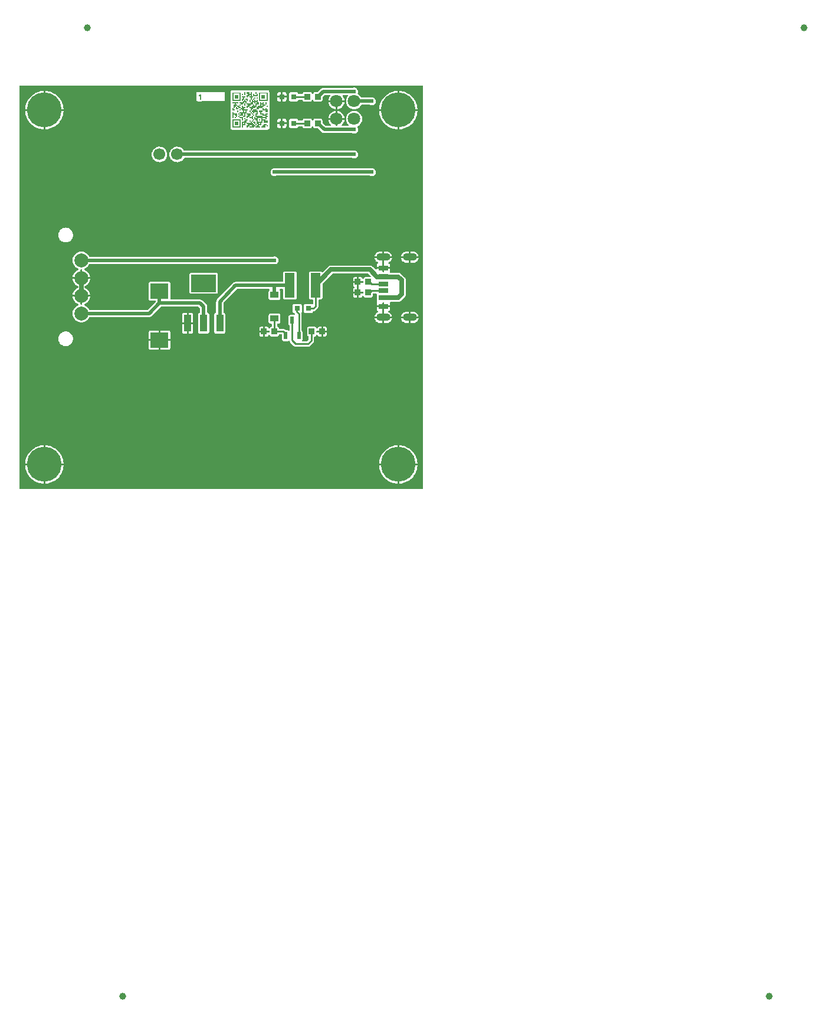
<source format=gtl>
G04 Layer: TopLayer*
G04 Panelize: Stamp Hole, Column: 2, Row: 2, Board Size: 58.42mm x 58.42mm, Panelized Board Size: 122.84mm x 122.84mm*
G04 EasyEDA v6.5.32, 2023-07-30 21:55:26*
G04 0189717723f44532b496580ac8dbca45,5a6b42c53f6a479593ecc07194224c93,10*
G04 Gerber Generator version 0.2*
G04 Scale: 100 percent, Rotated: No, Reflected: No *
G04 Dimensions in millimeters *
G04 leading zeros omitted , absolute positions ,4 integer and 5 decimal *
%FSLAX45Y45*%
%MOMM*%

%AMMACRO1*21,1,$1,$2,0,0,$3*%
%ADD10C,0.1524*%
%ADD11C,0.5000*%
%ADD12C,0.6350*%
%ADD13C,0.2540*%
%ADD14MACRO1,2.592X2.2075X0.0000*%
%ADD15R,2.5920X2.2075*%
%ADD16MACRO1,0.864X0.8065X90.0000*%
%ADD17R,0.8000X0.8000*%
%ADD18MACRO1,3.4992X1.4067X-90.0000*%
%ADD19R,1.0500X2.4650*%
%ADD20MACRO1,3.54X2.465X0.0000*%
%ADD21R,1.1500X0.9500*%
%ADD22R,0.5320X1.0375*%
%ADD23R,1.4000X0.8000*%
%ADD24C,1.0000*%
%ADD25O,1.9999959999999999X1.0999978000000001*%
%ADD26C,5.0000*%
%ADD27C,1.8000*%
%ADD28C,1.7000*%
%ADD29C,2.0000*%
%ADD30C,0.6096*%
%ADD31C,0.0185*%

%LPD*%
G36*
X5805932Y25908D02*
G01*
X36068Y26416D01*
X32156Y27178D01*
X28905Y29362D01*
X26670Y32664D01*
X25908Y36576D01*
X25908Y5805932D01*
X26670Y5809843D01*
X28905Y5813094D01*
X32156Y5815330D01*
X36068Y5816092D01*
X2555240Y5816092D01*
X2559151Y5815330D01*
X2562402Y5813094D01*
X2564638Y5809843D01*
X2565400Y5805932D01*
X2566162Y5809843D01*
X2568397Y5813094D01*
X2571648Y5815330D01*
X2575560Y5816092D01*
X3050540Y5816092D01*
X3054451Y5815330D01*
X3057702Y5813094D01*
X3059938Y5809843D01*
X3060700Y5805932D01*
X3061462Y5809843D01*
X3063697Y5813094D01*
X3066948Y5815330D01*
X3070860Y5816092D01*
X5805932Y5816092D01*
X5809843Y5815330D01*
X5813094Y5813094D01*
X5815330Y5809843D01*
X5816092Y5805932D01*
X5816092Y36068D01*
X5815330Y32207D01*
X5813094Y28905D01*
X5809843Y26670D01*
G37*

%LPC*%
G36*
X3722522Y5664200D02*
G01*
X3775710Y5664200D01*
X3775710Y5717387D01*
X3748989Y5717387D01*
X3742639Y5716676D01*
X3737203Y5714796D01*
X3732276Y5711698D01*
X3728212Y5707634D01*
X3725113Y5702706D01*
X3723233Y5697270D01*
X3722522Y5690920D01*
G37*
G36*
X5448300Y105613D02*
G01*
X5448300Y368300D01*
X5185410Y368300D01*
X5187289Y346405D01*
X5191150Y323646D01*
X5196890Y301244D01*
X5204460Y279450D01*
X5213858Y258317D01*
X5224983Y238099D01*
X5237784Y218846D01*
X5252161Y200710D01*
X5267960Y183896D01*
X5285130Y168402D01*
X5303520Y154432D01*
X5323027Y142087D01*
X5343499Y131368D01*
X5364835Y122428D01*
X5386781Y115265D01*
X5409285Y109982D01*
X5432145Y106629D01*
G37*
G36*
X368300Y105613D02*
G01*
X368300Y368300D01*
X105410Y368300D01*
X107289Y346405D01*
X111150Y323646D01*
X116890Y301244D01*
X124460Y279450D01*
X133858Y258317D01*
X144983Y238099D01*
X157784Y218846D01*
X172161Y200710D01*
X187960Y183896D01*
X205130Y168402D01*
X223520Y154432D01*
X243027Y142087D01*
X263499Y131368D01*
X284835Y122428D01*
X306781Y115265D01*
X329285Y109982D01*
X352145Y106629D01*
G37*
G36*
X5473700Y393700D02*
G01*
X5736336Y393700D01*
X5735929Y404063D01*
X5733034Y427024D01*
X5728208Y449630D01*
X5721553Y471728D01*
X5713018Y493217D01*
X5702757Y513892D01*
X5690819Y533704D01*
X5677204Y552348D01*
X5662117Y569874D01*
X5645607Y586028D01*
X5627827Y600760D01*
X5608828Y613968D01*
X5588812Y625500D01*
X5567934Y635355D01*
X5546242Y643382D01*
X5523992Y649630D01*
X5501284Y653948D01*
X5478322Y656336D01*
X5473700Y656437D01*
G37*
G36*
X393700Y393700D02*
G01*
X656336Y393700D01*
X655929Y404063D01*
X653034Y427024D01*
X648208Y449630D01*
X641553Y471728D01*
X633018Y493217D01*
X622757Y513892D01*
X610819Y533704D01*
X597204Y552348D01*
X582117Y569874D01*
X565607Y586028D01*
X547827Y600760D01*
X528828Y613968D01*
X508812Y625500D01*
X487934Y635355D01*
X466242Y643382D01*
X443992Y649630D01*
X421284Y653948D01*
X398322Y656336D01*
X393700Y656437D01*
G37*
G36*
X5185410Y393700D02*
G01*
X5448300Y393700D01*
X5448300Y656386D01*
X5432145Y655370D01*
X5409285Y652018D01*
X5386781Y646734D01*
X5364835Y639572D01*
X5343499Y630631D01*
X5323027Y619912D01*
X5303520Y607568D01*
X5285130Y593598D01*
X5267960Y578104D01*
X5252161Y561289D01*
X5237784Y543153D01*
X5224983Y523900D01*
X5213858Y503682D01*
X5204460Y482549D01*
X5196890Y460756D01*
X5191150Y438353D01*
X5187289Y415594D01*
G37*
G36*
X105410Y393700D02*
G01*
X368300Y393700D01*
X368300Y656386D01*
X352145Y655370D01*
X329285Y652018D01*
X306781Y646734D01*
X284835Y639572D01*
X263499Y630631D01*
X243027Y619912D01*
X223520Y607568D01*
X205130Y593598D01*
X187960Y578104D01*
X172161Y561289D01*
X157784Y543153D01*
X144983Y523900D01*
X133858Y503682D01*
X124460Y482549D01*
X116890Y460756D01*
X111150Y438353D01*
X107289Y415594D01*
G37*
G36*
X1902968Y2027174D02*
G01*
X2019300Y2027174D01*
X2019300Y2150770D01*
X1876501Y2150770D01*
X1876501Y2053640D01*
X1877212Y2047341D01*
X1879092Y2041855D01*
X1882190Y2036978D01*
X1886254Y2032863D01*
X1891182Y2029815D01*
X1896618Y2027885D01*
G37*
G36*
X2044700Y2027174D02*
G01*
X2161032Y2027174D01*
X2167331Y2027885D01*
X2172817Y2029815D01*
X2177694Y2032863D01*
X2181809Y2036978D01*
X2184857Y2041855D01*
X2186787Y2047341D01*
X2187498Y2053640D01*
X2187498Y2150770D01*
X2044700Y2150770D01*
G37*
G36*
X3988257Y2069592D02*
G01*
X4165092Y2069592D01*
X4173118Y2070354D01*
X4180332Y2072589D01*
X4186986Y2076145D01*
X4193235Y2081225D01*
X4239564Y2127554D01*
X4244644Y2133803D01*
X4248200Y2140458D01*
X4250436Y2147671D01*
X4251198Y2155698D01*
X4251198Y2207158D01*
X4251858Y2210765D01*
X4253788Y2213914D01*
X4256684Y2216150D01*
X4260240Y2217267D01*
X4263339Y2217572D01*
X4268825Y2219502D01*
X4273702Y2222601D01*
X4277817Y2226665D01*
X4280865Y2231593D01*
X4282998Y2237638D01*
X4285132Y2241194D01*
X4288536Y2243632D01*
X4292600Y2244445D01*
X4296664Y2243632D01*
X4300016Y2241194D01*
X4302201Y2237638D01*
X4304284Y2231593D01*
X4307382Y2226665D01*
X4311497Y2222601D01*
X4316374Y2219502D01*
X4321860Y2217572D01*
X4328160Y2216861D01*
X4355236Y2216861D01*
X4355236Y2273300D01*
X4293666Y2273300D01*
X4289755Y2274062D01*
X4286453Y2276246D01*
X4284268Y2279548D01*
X4283506Y2283460D01*
X4283506Y2288540D01*
X4284268Y2292400D01*
X4286453Y2295702D01*
X4289755Y2297938D01*
X4293666Y2298700D01*
X4355236Y2298700D01*
X4355236Y2355088D01*
X4328160Y2355088D01*
X4321860Y2354376D01*
X4316374Y2352497D01*
X4311497Y2349398D01*
X4307382Y2345283D01*
X4304284Y2340406D01*
X4302201Y2334310D01*
X4300016Y2330754D01*
X4296664Y2328367D01*
X4292600Y2327503D01*
X4288536Y2328367D01*
X4285132Y2330754D01*
X4282998Y2334310D01*
X4280865Y2340406D01*
X4277817Y2345283D01*
X4273702Y2349398D01*
X4268825Y2352497D01*
X4263339Y2354376D01*
X4257040Y2355088D01*
X4177537Y2355088D01*
X4171187Y2354376D01*
X4165752Y2352497D01*
X4160824Y2349398D01*
X4156760Y2345283D01*
X4153662Y2340406D01*
X4151731Y2334920D01*
X4151020Y2328621D01*
X4151020Y2243378D01*
X4151731Y2237028D01*
X4153662Y2231593D01*
X4156760Y2226665D01*
X4160824Y2222601D01*
X4165752Y2219502D01*
X4167174Y2218994D01*
X4170730Y2216861D01*
X4173169Y2213457D01*
X4173982Y2209393D01*
X4173982Y2175408D01*
X4173220Y2171496D01*
X4171035Y2168245D01*
X4152544Y2149754D01*
X4149293Y2147570D01*
X4145381Y2146808D01*
X4089704Y2146808D01*
X4085488Y2147722D01*
X4082084Y2150262D01*
X4080001Y2154021D01*
X4079646Y2158339D01*
X4081119Y2162352D01*
X4081881Y2163572D01*
X4083761Y2169058D01*
X4084472Y2175357D01*
X4084472Y2277973D01*
X4083761Y2284272D01*
X4081881Y2289759D01*
X4078833Y2294585D01*
X4073651Y2299665D01*
X4071365Y2303018D01*
X4070604Y2306929D01*
X4070604Y2539492D01*
X4069791Y2547518D01*
X4068572Y2551480D01*
X4068267Y2555798D01*
X4069740Y2559862D01*
X4072737Y2564638D01*
X4074617Y2570073D01*
X4075328Y2576423D01*
X4075328Y2655265D01*
X4074617Y2661615D01*
X4072737Y2667050D01*
X4069638Y2671978D01*
X4065574Y2676042D01*
X4060647Y2679141D01*
X4055211Y2681020D01*
X4048861Y2681732D01*
X3970020Y2681732D01*
X3963670Y2681020D01*
X3958234Y2679141D01*
X3953306Y2676042D01*
X3949242Y2671978D01*
X3946144Y2667050D01*
X3944264Y2661615D01*
X3943553Y2655265D01*
X3943553Y2576423D01*
X3944264Y2570073D01*
X3946144Y2564638D01*
X3949242Y2559710D01*
X3953306Y2555646D01*
X3958234Y2552547D01*
X3963670Y2550668D01*
X3968750Y2549347D01*
X3971798Y2546858D01*
X3976827Y2540711D01*
X3978706Y2537155D01*
X3979062Y2533192D01*
X3977894Y2529382D01*
X3975354Y2526334D01*
X3971798Y2524506D01*
X3967835Y2524150D01*
X3963009Y2524709D01*
X3910939Y2524709D01*
X3904640Y2523998D01*
X3899154Y2522067D01*
X3894277Y2518968D01*
X3890162Y2514904D01*
X3887114Y2509977D01*
X3885184Y2504541D01*
X3884472Y2498242D01*
X3884472Y2395626D01*
X3885184Y2389276D01*
X3887114Y2383840D01*
X3890162Y2378964D01*
X3895344Y2373884D01*
X3897579Y2370582D01*
X3898392Y2366619D01*
X3898392Y2308504D01*
X3897477Y2304338D01*
X3894886Y2300884D01*
X3891127Y2298801D01*
X3886860Y2298446D01*
X3882796Y2299919D01*
X3879799Y2301849D01*
X3874312Y2303729D01*
X3868013Y2304440D01*
X3850335Y2304440D01*
X3846423Y2305202D01*
X3843172Y2307437D01*
X3837635Y2312924D01*
X3831386Y2318054D01*
X3824732Y2321610D01*
X3817518Y2323795D01*
X3809492Y2324608D01*
X3757879Y2324608D01*
X3754272Y2325268D01*
X3751122Y2327198D01*
X3748836Y2330094D01*
X3747617Y2334920D01*
X3745737Y2340406D01*
X3742639Y2345283D01*
X3738575Y2349398D01*
X3733647Y2352497D01*
X3728415Y2354326D01*
X3724859Y2356459D01*
X3722471Y2359812D01*
X3721608Y2363876D01*
X3721608Y2388768D01*
X3722370Y2392680D01*
X3724554Y2395931D01*
X3727856Y2398166D01*
X3731768Y2398928D01*
X3739896Y2398928D01*
X3746246Y2399639D01*
X3751681Y2401570D01*
X3756609Y2404618D01*
X3760673Y2408732D01*
X3763772Y2413609D01*
X3765702Y2419096D01*
X3766413Y2425395D01*
X3766413Y2519273D01*
X3765702Y2525572D01*
X3763772Y2531059D01*
X3760673Y2535936D01*
X3756609Y2540050D01*
X3751681Y2543098D01*
X3746246Y2545029D01*
X3739896Y2545740D01*
X3626053Y2545740D01*
X3619754Y2545029D01*
X3614267Y2543098D01*
X3609390Y2540050D01*
X3605276Y2535936D01*
X3602177Y2531059D01*
X3600297Y2525572D01*
X3599586Y2519273D01*
X3599586Y2425395D01*
X3600297Y2419096D01*
X3602177Y2413609D01*
X3605276Y2408732D01*
X3609390Y2404618D01*
X3614267Y2401570D01*
X3619754Y2399639D01*
X3626053Y2398928D01*
X3634232Y2398928D01*
X3638092Y2398166D01*
X3641394Y2395931D01*
X3643629Y2392680D01*
X3644392Y2388768D01*
X3644392Y2364384D01*
X3643528Y2360320D01*
X3641090Y2356916D01*
X3637483Y2354783D01*
X3630523Y2352446D01*
X3625697Y2349398D01*
X3621582Y2345283D01*
X3618484Y2340406D01*
X3616401Y2334310D01*
X3614216Y2330754D01*
X3610864Y2328367D01*
X3606800Y2327503D01*
X3602736Y2328367D01*
X3599332Y2330754D01*
X3597198Y2334310D01*
X3595065Y2340406D01*
X3592017Y2345283D01*
X3587902Y2349398D01*
X3583025Y2352497D01*
X3577539Y2354376D01*
X3571240Y2355088D01*
X3544163Y2355088D01*
X3544163Y2298700D01*
X3605733Y2298700D01*
X3609594Y2297938D01*
X3612896Y2295702D01*
X3615131Y2292400D01*
X3615893Y2288540D01*
X3615893Y2283460D01*
X3615131Y2279548D01*
X3612896Y2276246D01*
X3609594Y2274062D01*
X3605733Y2273300D01*
X3544163Y2273300D01*
X3544163Y2216861D01*
X3571240Y2216861D01*
X3577539Y2217572D01*
X3583025Y2219502D01*
X3587902Y2222601D01*
X3592017Y2226665D01*
X3595065Y2231593D01*
X3597198Y2237638D01*
X3599332Y2241194D01*
X3602736Y2243632D01*
X3606800Y2244445D01*
X3610864Y2243632D01*
X3614216Y2241194D01*
X3616401Y2237638D01*
X3618484Y2231593D01*
X3621582Y2226665D01*
X3625697Y2222601D01*
X3630574Y2219502D01*
X3636060Y2217572D01*
X3642360Y2216861D01*
X3721862Y2216861D01*
X3728212Y2217572D01*
X3733647Y2219502D01*
X3738575Y2222601D01*
X3742639Y2226665D01*
X3745737Y2231593D01*
X3747617Y2237028D01*
X3748836Y2241905D01*
X3751122Y2244801D01*
X3754272Y2246731D01*
X3757879Y2247392D01*
X3779316Y2247392D01*
X3783228Y2246630D01*
X3786479Y2244394D01*
X3788714Y2241092D01*
X3789476Y2237232D01*
X3789476Y2175357D01*
X3790187Y2169058D01*
X3792118Y2163572D01*
X3795166Y2158695D01*
X3799281Y2154580D01*
X3804158Y2151481D01*
X3809644Y2149602D01*
X3815943Y2148890D01*
X3868013Y2148890D01*
X3874312Y2149602D01*
X3879799Y2151481D01*
X3884777Y2154631D01*
X3888232Y2156002D01*
X3891940Y2156053D01*
X3895445Y2154732D01*
X3898239Y2152294D01*
X3899915Y2148992D01*
X3901389Y2144217D01*
X3904945Y2137562D01*
X3910025Y2131314D01*
X3960114Y2081225D01*
X3966362Y2076145D01*
X3973017Y2072589D01*
X3980281Y2070354D01*
G37*
G36*
X685800Y2077212D02*
G01*
X699617Y2078126D01*
X713181Y2080818D01*
X726338Y2085289D01*
X738733Y2091385D01*
X750265Y2099106D01*
X760679Y2108250D01*
X769823Y2118664D01*
X777494Y2130145D01*
X783640Y2142591D01*
X788060Y2155698D01*
X790803Y2169261D01*
X791667Y2183079D01*
X790803Y2196947D01*
X788060Y2210511D01*
X783640Y2223617D01*
X777494Y2236063D01*
X769823Y2247544D01*
X760679Y2257958D01*
X750265Y2267102D01*
X738733Y2274824D01*
X726338Y2280920D01*
X713181Y2285390D01*
X699617Y2288082D01*
X685800Y2288997D01*
X671982Y2288082D01*
X658418Y2285390D01*
X645261Y2280920D01*
X632866Y2274824D01*
X621334Y2267102D01*
X610920Y2257958D01*
X601776Y2247544D01*
X594106Y2236063D01*
X587959Y2223617D01*
X583539Y2210511D01*
X580796Y2196947D01*
X579932Y2183079D01*
X580796Y2169261D01*
X583539Y2155698D01*
X587959Y2142591D01*
X594106Y2130145D01*
X601776Y2118664D01*
X610920Y2108250D01*
X621334Y2099106D01*
X632866Y2091385D01*
X645261Y2085289D01*
X658418Y2080818D01*
X671982Y2078126D01*
G37*
G36*
X1876501Y2176170D02*
G01*
X2019300Y2176170D01*
X2019300Y2299766D01*
X1902968Y2299766D01*
X1896618Y2299055D01*
X1891182Y2297125D01*
X1886254Y2294026D01*
X1882190Y2289962D01*
X1879092Y2285034D01*
X1877212Y2279599D01*
X1876501Y2273249D01*
G37*
G36*
X2044700Y2176170D02*
G01*
X2187498Y2176170D01*
X2187498Y2273249D01*
X2186787Y2279599D01*
X2184857Y2285034D01*
X2181809Y2289962D01*
X2177694Y2294026D01*
X2172817Y2297125D01*
X2167331Y2299055D01*
X2161032Y2299766D01*
X2044700Y2299766D01*
G37*
G36*
X3491737Y2216861D02*
G01*
X3518763Y2216861D01*
X3518763Y2273300D01*
X3465220Y2273300D01*
X3465220Y2243378D01*
X3465931Y2237028D01*
X3467862Y2231593D01*
X3470960Y2226665D01*
X3475024Y2222601D01*
X3479952Y2219502D01*
X3485387Y2217572D01*
G37*
G36*
X4380636Y2216861D02*
G01*
X4407662Y2216861D01*
X4414012Y2217572D01*
X4419447Y2219502D01*
X4424375Y2222601D01*
X4428439Y2226665D01*
X4431538Y2231593D01*
X4433417Y2237028D01*
X4434128Y2243378D01*
X4434128Y2273300D01*
X4380636Y2273300D01*
G37*
G36*
X2449677Y2257501D02*
G01*
X2488895Y2257501D01*
X2495245Y2258212D01*
X2500680Y2260092D01*
X2505608Y2263190D01*
X2509672Y2267254D01*
X2512771Y2272182D01*
X2514701Y2277618D01*
X2515412Y2283968D01*
X2515412Y2393950D01*
X2449677Y2393950D01*
G37*
G36*
X2385060Y2257501D02*
G01*
X2424277Y2257501D01*
X2424277Y2393950D01*
X2358593Y2393950D01*
X2358593Y2283968D01*
X2359304Y2277618D01*
X2361184Y2272182D01*
X2364282Y2267254D01*
X2368397Y2263190D01*
X2373274Y2260092D01*
X2378760Y2258212D01*
G37*
G36*
X2845054Y2257501D02*
G01*
X2948940Y2257501D01*
X2955239Y2258212D01*
X2960725Y2260092D01*
X2965602Y2263190D01*
X2969717Y2267254D01*
X2972765Y2272182D01*
X2974695Y2277618D01*
X2975406Y2283968D01*
X2975406Y2529332D01*
X2974695Y2535631D01*
X2972765Y2541117D01*
X2969717Y2545994D01*
X2965602Y2550109D01*
X2960725Y2553157D01*
X2954731Y2555290D01*
X2951175Y2557424D01*
X2948736Y2560777D01*
X2947924Y2564841D01*
X2947924Y2691333D01*
X2948686Y2695194D01*
X2950819Y2698445D01*
X3142488Y2892450D01*
X3145790Y2894685D01*
X3149701Y2895498D01*
X3601770Y2895498D01*
X3605682Y2894736D01*
X3608984Y2892501D01*
X3611168Y2889199D01*
X3611930Y2885338D01*
X3611168Y2881426D01*
X3608984Y2878124D01*
X3605276Y2874467D01*
X3602177Y2869539D01*
X3600297Y2864104D01*
X3599586Y2857754D01*
X3599586Y2763926D01*
X3600297Y2757576D01*
X3602177Y2752140D01*
X3605276Y2747213D01*
X3609390Y2743149D01*
X3614267Y2740050D01*
X3619754Y2738120D01*
X3626053Y2737408D01*
X3739896Y2737408D01*
X3746246Y2738120D01*
X3751681Y2740050D01*
X3756609Y2743149D01*
X3760673Y2747213D01*
X3763772Y2752140D01*
X3765702Y2757576D01*
X3766413Y2763926D01*
X3766413Y2857754D01*
X3765702Y2864104D01*
X3763772Y2869539D01*
X3760673Y2874467D01*
X3757015Y2878124D01*
X3754780Y2881426D01*
X3754018Y2885338D01*
X3754780Y2889199D01*
X3757015Y2892501D01*
X3760317Y2894736D01*
X3764178Y2895498D01*
X3797655Y2895498D01*
X3801567Y2894736D01*
X3804818Y2892501D01*
X3807053Y2889199D01*
X3807815Y2885338D01*
X3807815Y2772003D01*
X3808526Y2765653D01*
X3810457Y2760218D01*
X3813505Y2755341D01*
X3817620Y2751226D01*
X3822496Y2748127D01*
X3827983Y2746248D01*
X3834282Y2745536D01*
X3973829Y2745536D01*
X3980129Y2746248D01*
X3985615Y2748127D01*
X3990492Y2751226D01*
X3994607Y2755341D01*
X3997655Y2760218D01*
X3999585Y2765653D01*
X4000296Y2772003D01*
X4000296Y3120796D01*
X3999585Y3127095D01*
X3997655Y3132582D01*
X3994607Y3137458D01*
X3990492Y3141573D01*
X3985615Y3144621D01*
X3980129Y3146552D01*
X3973829Y3147263D01*
X3834282Y3147263D01*
X3827983Y3146552D01*
X3822496Y3144621D01*
X3817620Y3141573D01*
X3813505Y3137458D01*
X3810457Y3132582D01*
X3808526Y3127095D01*
X3807815Y3120796D01*
X3807815Y3007461D01*
X3807053Y3003550D01*
X3804818Y3000298D01*
X3801567Y2998063D01*
X3797655Y2997301D01*
X3708908Y2997301D01*
X3704590Y2998266D01*
X3702253Y2999333D01*
X3692804Y3001873D01*
X3683000Y3002737D01*
X3673195Y3001873D01*
X3663746Y2999333D01*
X3661359Y2998266D01*
X3657092Y2997301D01*
X3124454Y2997301D01*
X3119424Y2997047D01*
X3115411Y2996539D01*
X3110687Y2995472D01*
X3106826Y2994253D01*
X3102356Y2992374D01*
X3098749Y2990494D01*
X3094736Y2987903D01*
X3091484Y2985414D01*
X3087827Y2982010D01*
X2860903Y2752293D01*
X2858008Y2749143D01*
X2855112Y2745282D01*
X2852928Y2741879D01*
X2850743Y2737561D01*
X2849168Y2733802D01*
X2847746Y2729230D01*
X2846882Y2725267D01*
X2846273Y2720492D01*
X2846070Y2716174D01*
X2846070Y2564841D01*
X2845257Y2560828D01*
X2842818Y2557424D01*
X2839262Y2555290D01*
X2833268Y2553157D01*
X2828391Y2550109D01*
X2824276Y2545994D01*
X2821228Y2541117D01*
X2819298Y2535631D01*
X2818587Y2529332D01*
X2818587Y2283968D01*
X2819298Y2277618D01*
X2821228Y2272182D01*
X2824276Y2267254D01*
X2828391Y2263190D01*
X2833268Y2260092D01*
X2838754Y2258212D01*
G37*
G36*
X2615082Y2257501D02*
G01*
X2718917Y2257501D01*
X2725216Y2258212D01*
X2730703Y2260092D01*
X2735580Y2263190D01*
X2739694Y2267254D01*
X2742793Y2272182D01*
X2744673Y2277618D01*
X2745384Y2283968D01*
X2745384Y2529332D01*
X2744673Y2535631D01*
X2742793Y2541117D01*
X2739694Y2545994D01*
X2735580Y2550109D01*
X2730703Y2553157D01*
X2724708Y2555290D01*
X2721152Y2557424D01*
X2718765Y2560777D01*
X2717901Y2564841D01*
X2717901Y2641396D01*
X2717698Y2646019D01*
X2717139Y2650439D01*
X2716174Y2654757D01*
X2714802Y2659024D01*
X2713126Y2663088D01*
X2711094Y2667050D01*
X2708706Y2670810D01*
X2705963Y2674315D01*
X2702814Y2677769D01*
X2652369Y2728214D01*
X2648915Y2731363D01*
X2645410Y2734106D01*
X2641650Y2736494D01*
X2637688Y2738526D01*
X2633624Y2740202D01*
X2629357Y2741574D01*
X2625039Y2742539D01*
X2620619Y2743098D01*
X2615996Y2743301D01*
X2197455Y2743301D01*
X2193290Y2744165D01*
X2189886Y2746705D01*
X2187752Y2750362D01*
X2187498Y2755900D01*
X2187498Y2975508D01*
X2186787Y2981858D01*
X2184857Y2987294D01*
X2181809Y2992221D01*
X2177694Y2996285D01*
X2172817Y2999384D01*
X2167331Y3001264D01*
X2161032Y3001975D01*
X1902968Y3001975D01*
X1896618Y3001264D01*
X1891182Y2999384D01*
X1886254Y2996285D01*
X1882190Y2992221D01*
X1879092Y2987294D01*
X1877212Y2981858D01*
X1876501Y2975508D01*
X1876501Y2755900D01*
X1877212Y2749600D01*
X1879092Y2744114D01*
X1882190Y2739237D01*
X1886254Y2735122D01*
X1891182Y2732074D01*
X1896618Y2730144D01*
X1902968Y2729433D01*
X1970938Y2729433D01*
X1974545Y2728772D01*
X1977694Y2726842D01*
X1979930Y2723946D01*
X1980996Y2720441D01*
X1980793Y2716784D01*
X1979218Y2712161D01*
X1977593Y2709976D01*
X1867306Y2599740D01*
X1864055Y2597505D01*
X1860143Y2596743D01*
X1032205Y2596743D01*
X1028446Y2597505D01*
X1025194Y2599588D01*
X1014425Y2617266D01*
X1005027Y2629204D01*
X994308Y2639974D01*
X982319Y2649321D01*
X969314Y2657195D01*
X955395Y2663444D01*
X952246Y2665679D01*
X950112Y2668930D01*
X949401Y2672740D01*
X950112Y2676550D01*
X952246Y2679750D01*
X955395Y2681986D01*
X969314Y2688285D01*
X982319Y2696108D01*
X994308Y2705506D01*
X1005027Y2716276D01*
X1014425Y2728214D01*
X1022299Y2741218D01*
X1028496Y2755087D01*
X1033018Y2769616D01*
X1035761Y2784551D01*
X1035913Y2787040D01*
X923493Y2787040D01*
X923493Y2681630D01*
X922731Y2677769D01*
X920546Y2674467D01*
X917244Y2672283D01*
X913333Y2671470D01*
X908253Y2671470D01*
X904392Y2672283D01*
X901090Y2674467D01*
X898906Y2677769D01*
X898093Y2681630D01*
X898093Y2787040D01*
X785672Y2787040D01*
X785825Y2784551D01*
X788568Y2769616D01*
X793089Y2755087D01*
X799338Y2741218D01*
X807212Y2728214D01*
X816559Y2716276D01*
X827328Y2705506D01*
X839317Y2696108D01*
X852322Y2688285D01*
X866241Y2681986D01*
X869391Y2679750D01*
X871474Y2676550D01*
X872236Y2672740D01*
X871474Y2668930D01*
X869391Y2665679D01*
X866241Y2663444D01*
X852322Y2657195D01*
X839317Y2649321D01*
X827328Y2639974D01*
X816559Y2629204D01*
X807212Y2617266D01*
X799338Y2604211D01*
X793089Y2590393D01*
X788568Y2575864D01*
X785825Y2560929D01*
X784910Y2545740D01*
X785825Y2530551D01*
X788568Y2515616D01*
X793089Y2501087D01*
X799338Y2487218D01*
X807212Y2474214D01*
X816559Y2462276D01*
X827328Y2451506D01*
X839317Y2442108D01*
X852322Y2434285D01*
X866190Y2428036D01*
X880668Y2423515D01*
X895654Y2420772D01*
X910793Y2419858D01*
X925982Y2420772D01*
X940917Y2423515D01*
X955446Y2428036D01*
X969314Y2434285D01*
X982319Y2442108D01*
X994308Y2451506D01*
X1005027Y2462276D01*
X1014425Y2474214D01*
X1022299Y2487218D01*
X1023061Y2488946D01*
X1025296Y2492095D01*
X1028496Y2494178D01*
X1032306Y2494940D01*
X1885238Y2494940D01*
X1889861Y2495143D01*
X1894281Y2495702D01*
X1898599Y2496667D01*
X1902866Y2497988D01*
X1906930Y2499715D01*
X1910892Y2501747D01*
X1914652Y2504135D01*
X1918157Y2506827D01*
X1921611Y2509977D01*
X2049576Y2637993D01*
X2053589Y2640533D01*
X2057907Y2641498D01*
X2590901Y2641498D01*
X2594813Y2640736D01*
X2598064Y2638501D01*
X2613101Y2623464D01*
X2615336Y2620162D01*
X2616098Y2616301D01*
X2616098Y2564841D01*
X2615234Y2560777D01*
X2612847Y2557424D01*
X2609291Y2555290D01*
X2603296Y2553157D01*
X2598369Y2550109D01*
X2594305Y2545994D01*
X2591206Y2541117D01*
X2589276Y2535631D01*
X2588564Y2529332D01*
X2588564Y2283968D01*
X2589276Y2277618D01*
X2591206Y2272182D01*
X2594305Y2267254D01*
X2598369Y2263190D01*
X2603296Y2260092D01*
X2608732Y2258212D01*
G37*
G36*
X3465220Y2298700D02*
G01*
X3518763Y2298700D01*
X3518763Y2355088D01*
X3491737Y2355088D01*
X3485387Y2354376D01*
X3479952Y2352497D01*
X3475024Y2349398D01*
X3470960Y2345283D01*
X3467862Y2340406D01*
X3465931Y2334920D01*
X3465220Y2328621D01*
G37*
G36*
X4380636Y2298700D02*
G01*
X4434128Y2298700D01*
X4434128Y2328621D01*
X4433417Y2334920D01*
X4431538Y2340406D01*
X4428439Y2345283D01*
X4424375Y2349398D01*
X4419447Y2352497D01*
X4414012Y2354376D01*
X4407662Y2355088D01*
X4380636Y2355088D01*
G37*
G36*
X5201056Y2408072D02*
G01*
X5232958Y2408072D01*
X5232958Y2476296D01*
X5120894Y2476296D01*
X5123078Y2466187D01*
X5127091Y2455418D01*
X5132628Y2445258D01*
X5139537Y2436012D01*
X5147716Y2427884D01*
X5156962Y2420975D01*
X5167071Y2415438D01*
X5177891Y2411374D01*
X5189169Y2408936D01*
G37*
G36*
X5581040Y2408072D02*
G01*
X5612993Y2408072D01*
X5612993Y2476296D01*
X5500878Y2476296D01*
X5503062Y2466187D01*
X5507075Y2455418D01*
X5512612Y2445258D01*
X5519572Y2436012D01*
X5527700Y2427884D01*
X5536946Y2420975D01*
X5547055Y2415438D01*
X5557875Y2411374D01*
X5569153Y2408936D01*
G37*
G36*
X5638393Y2408072D02*
G01*
X5670296Y2408072D01*
X5682183Y2408936D01*
X5693460Y2411374D01*
X5704281Y2415438D01*
X5714390Y2420975D01*
X5723636Y2427884D01*
X5731814Y2436012D01*
X5738723Y2445258D01*
X5744260Y2455418D01*
X5748274Y2466187D01*
X5750458Y2476296D01*
X5638393Y2476296D01*
G37*
G36*
X5258358Y2408072D02*
G01*
X5290312Y2408072D01*
X5302199Y2408936D01*
X5313476Y2411374D01*
X5324297Y2415438D01*
X5334406Y2420975D01*
X5343652Y2427884D01*
X5351780Y2436012D01*
X5358739Y2445258D01*
X5364226Y2455418D01*
X5368290Y2466187D01*
X5370474Y2476296D01*
X5258358Y2476296D01*
G37*
G36*
X2358593Y2419350D02*
G01*
X2424277Y2419350D01*
X2424277Y2555798D01*
X2385060Y2555798D01*
X2378760Y2555087D01*
X2373274Y2553157D01*
X2368397Y2550109D01*
X2364282Y2545994D01*
X2361184Y2541117D01*
X2359304Y2535631D01*
X2358593Y2529332D01*
G37*
G36*
X2449677Y2419350D02*
G01*
X2515412Y2419350D01*
X2515412Y2529332D01*
X2514701Y2535631D01*
X2512771Y2541117D01*
X2509672Y2545994D01*
X2505608Y2550109D01*
X2500680Y2553157D01*
X2495245Y2555087D01*
X2488895Y2555798D01*
X2449677Y2555798D01*
G37*
G36*
X5500878Y2501696D02*
G01*
X5612993Y2501696D01*
X5612993Y2569921D01*
X5581040Y2569921D01*
X5569153Y2569057D01*
X5557875Y2566619D01*
X5547055Y2562555D01*
X5536946Y2557018D01*
X5527700Y2550109D01*
X5519572Y2541981D01*
X5512612Y2532735D01*
X5507075Y2522575D01*
X5503062Y2511806D01*
G37*
G36*
X5638393Y2501696D02*
G01*
X5750458Y2501696D01*
X5748274Y2511806D01*
X5744260Y2522575D01*
X5738723Y2532735D01*
X5731814Y2541981D01*
X5723636Y2550109D01*
X5714390Y2557018D01*
X5704281Y2562555D01*
X5693460Y2566619D01*
X5682183Y2569057D01*
X5670296Y2569921D01*
X5638393Y2569921D01*
G37*
G36*
X5120894Y2501696D02*
G01*
X5232958Y2501696D01*
X5232958Y2633268D01*
X5149748Y2633268D01*
X5149748Y2606548D01*
X5150459Y2600248D01*
X5152390Y2594762D01*
X5155488Y2589885D01*
X5159552Y2585770D01*
X5164480Y2582722D01*
X5167122Y2581757D01*
X5170678Y2579674D01*
X5173065Y2576322D01*
X5173929Y2572308D01*
X5173116Y2568244D01*
X5170830Y2564841D01*
X5167071Y2562555D01*
X5156962Y2557018D01*
X5147716Y2550109D01*
X5139537Y2541981D01*
X5132628Y2532735D01*
X5127091Y2522575D01*
X5123078Y2511806D01*
G37*
G36*
X5258358Y2501696D02*
G01*
X5370474Y2501696D01*
X5368290Y2511806D01*
X5364226Y2522575D01*
X5358739Y2532735D01*
X5351780Y2541981D01*
X5343652Y2550109D01*
X5334406Y2557018D01*
X5324043Y2562656D01*
X5320538Y2564841D01*
X5318201Y2568244D01*
X5317439Y2572308D01*
X5318302Y2576322D01*
X5320690Y2579674D01*
X5324246Y2581757D01*
X5326888Y2582722D01*
X5331764Y2585770D01*
X5335879Y2589885D01*
X5338978Y2594762D01*
X5340858Y2600248D01*
X5341569Y2606548D01*
X5341569Y2633268D01*
X5258358Y2633268D01*
G37*
G36*
X4129887Y2550617D02*
G01*
X4208780Y2550617D01*
X4215079Y2551328D01*
X4220565Y2553258D01*
X4225442Y2556357D01*
X4229557Y2560421D01*
X4232605Y2565349D01*
X4234586Y2571038D01*
X4236516Y2574340D01*
X4239514Y2576677D01*
X4243222Y2577795D01*
X4249318Y2578354D01*
X4256532Y2580589D01*
X4263186Y2584145D01*
X4269435Y2589225D01*
X4301642Y2621483D01*
X4306773Y2627680D01*
X4310329Y2634335D01*
X4312513Y2641600D01*
X4313326Y2649626D01*
X4313326Y2735376D01*
X4314088Y2739237D01*
X4316272Y2742539D01*
X4319574Y2744724D01*
X4323486Y2745536D01*
X4344466Y2745536D01*
X4350816Y2746248D01*
X4356252Y2748127D01*
X4361180Y2751226D01*
X4365244Y2755341D01*
X4368342Y2760218D01*
X4370273Y2765653D01*
X4370984Y2772003D01*
X4370984Y2964434D01*
X4371746Y2968294D01*
X4373930Y2971596D01*
X4516729Y3114344D01*
X4519980Y3116580D01*
X4523892Y3117342D01*
X5026507Y3117342D01*
X5030419Y3116580D01*
X5033670Y3114344D01*
X5064404Y3083661D01*
X5066639Y3080359D01*
X5067401Y3076448D01*
X5066639Y3072587D01*
X5064404Y3069285D01*
X5061102Y3067100D01*
X5057241Y3066288D01*
X4988560Y3066288D01*
X4982260Y3065576D01*
X4976774Y3063697D01*
X4971897Y3060598D01*
X4967782Y3056483D01*
X4964684Y3051606D01*
X4962601Y3045510D01*
X4960416Y3041954D01*
X4957064Y3039567D01*
X4953000Y3038754D01*
X4948936Y3039567D01*
X4945532Y3041954D01*
X4943398Y3045510D01*
X4941265Y3051606D01*
X4938217Y3056483D01*
X4934102Y3060598D01*
X4929225Y3063697D01*
X4923739Y3065576D01*
X4917440Y3066288D01*
X4890363Y3066288D01*
X4890363Y3009900D01*
X4951933Y3009900D01*
X4955794Y3009138D01*
X4959096Y3006902D01*
X4961331Y3003600D01*
X4962093Y2999740D01*
X4962093Y2994660D01*
X4961331Y2990748D01*
X4959096Y2987446D01*
X4955794Y2985262D01*
X4951933Y2984500D01*
X4890363Y2984500D01*
X4890363Y2857500D01*
X4951933Y2857500D01*
X4955794Y2856738D01*
X4959096Y2854502D01*
X4961331Y2851200D01*
X4962093Y2847340D01*
X4962093Y2842260D01*
X4961331Y2838348D01*
X4959096Y2835046D01*
X4955794Y2832862D01*
X4951933Y2832100D01*
X4890363Y2832100D01*
X4890363Y2775661D01*
X4917440Y2775661D01*
X4923739Y2776423D01*
X4929225Y2778302D01*
X4934102Y2781401D01*
X4938217Y2785465D01*
X4941265Y2790393D01*
X4943398Y2796438D01*
X4945532Y2799994D01*
X4948936Y2802432D01*
X4953000Y2803245D01*
X4957064Y2802432D01*
X4960416Y2799994D01*
X4962601Y2796438D01*
X4964684Y2790393D01*
X4967782Y2785465D01*
X4971897Y2781401D01*
X4976774Y2778302D01*
X4982260Y2776423D01*
X4988560Y2775661D01*
X5068062Y2775661D01*
X5074412Y2776423D01*
X5079847Y2778302D01*
X5084775Y2781401D01*
X5088839Y2785465D01*
X5091938Y2790393D01*
X5093817Y2795828D01*
X5094528Y2802178D01*
X5094528Y2822194D01*
X5095341Y2826105D01*
X5097526Y2829407D01*
X5100828Y2831592D01*
X5104688Y2832354D01*
X5141010Y2832354D01*
X5145074Y2831541D01*
X5148427Y2829102D01*
X5150612Y2825546D01*
X5151729Y2820568D01*
X5151170Y2817215D01*
X5150307Y2814777D01*
X5149596Y2808427D01*
X5149596Y2729585D01*
X5150307Y2723235D01*
X5152186Y2717800D01*
X5155387Y2712770D01*
X5156758Y2709265D01*
X5156758Y2705455D01*
X5155387Y2701950D01*
X5152390Y2697226D01*
X5150459Y2691739D01*
X5149748Y2685440D01*
X5149748Y2658668D01*
X5232958Y2658668D01*
X5232958Y2692908D01*
X5233771Y2696819D01*
X5235956Y2700121D01*
X5239258Y2702306D01*
X5243118Y2703068D01*
X5248198Y2703068D01*
X5252110Y2702306D01*
X5255412Y2700121D01*
X5257596Y2696819D01*
X5258358Y2692908D01*
X5258358Y2658668D01*
X5341569Y2658668D01*
X5341569Y2685440D01*
X5340858Y2691739D01*
X5338724Y2697937D01*
X5338165Y2701747D01*
X5339029Y2705506D01*
X5341264Y2708656D01*
X5344515Y2710738D01*
X5348274Y2711450D01*
X5460187Y2711450D01*
X5467197Y2711856D01*
X5469839Y2712212D01*
X5476544Y2713736D01*
X5479084Y2714548D01*
X5485434Y2717139D01*
X5487771Y2718308D01*
X5493664Y2721965D01*
X5495798Y2723540D01*
X5501081Y2728112D01*
X5551881Y2777947D01*
X5558383Y2785465D01*
X5563311Y2793593D01*
X5566867Y2802382D01*
X5568899Y2811780D01*
X5569458Y2819755D01*
X5569458Y3022193D01*
X5568645Y3032099D01*
X5566308Y3041294D01*
X5562498Y3050032D01*
X5557215Y3058058D01*
X5552338Y3063595D01*
X5502554Y3113379D01*
X5494985Y3119780D01*
X5486806Y3124657D01*
X5477967Y3128111D01*
X5468518Y3130092D01*
X5461203Y3130550D01*
X5348274Y3130550D01*
X5344515Y3131261D01*
X5341264Y3133344D01*
X5339029Y3136493D01*
X5338165Y3140252D01*
X5338724Y3144062D01*
X5340858Y3150260D01*
X5341569Y3156559D01*
X5341569Y3183280D01*
X5258358Y3183280D01*
X5258358Y3149041D01*
X5257596Y3145180D01*
X5255412Y3141878D01*
X5252110Y3139694D01*
X5248198Y3138881D01*
X5243118Y3138881D01*
X5239258Y3139694D01*
X5235956Y3141878D01*
X5233771Y3145180D01*
X5232958Y3149041D01*
X5232958Y3183280D01*
X5149443Y3183280D01*
X5147513Y3179521D01*
X5144211Y3176879D01*
X5140147Y3175762D01*
X5135981Y3176422D01*
X5132425Y3178708D01*
X5095646Y3215487D01*
X5088077Y3221888D01*
X5079898Y3226765D01*
X5071059Y3230219D01*
X5061610Y3232200D01*
X5054295Y3232658D01*
X4496206Y3232658D01*
X4486300Y3231845D01*
X4477105Y3229508D01*
X4468368Y3225698D01*
X4460341Y3220415D01*
X4454804Y3215538D01*
X4378198Y3138932D01*
X4374896Y3136696D01*
X4370984Y3135934D01*
X4367123Y3136696D01*
X4363821Y3138932D01*
X4361180Y3141573D01*
X4356252Y3144621D01*
X4350816Y3146552D01*
X4344466Y3147263D01*
X4204970Y3147263D01*
X4198620Y3146552D01*
X4193184Y3144621D01*
X4188256Y3141573D01*
X4184192Y3137458D01*
X4181094Y3132582D01*
X4179214Y3127095D01*
X4178503Y3120796D01*
X4178503Y2772003D01*
X4179214Y2765653D01*
X4181094Y2760218D01*
X4184192Y2755341D01*
X4188256Y2751226D01*
X4193184Y2748127D01*
X4198620Y2746248D01*
X4204970Y2745536D01*
X4225950Y2745536D01*
X4229811Y2744724D01*
X4233113Y2742539D01*
X4235348Y2739237D01*
X4236110Y2735376D01*
X4236110Y2688437D01*
X4235196Y2684221D01*
X4232656Y2680766D01*
X4228896Y2678684D01*
X4224578Y2678379D01*
X4215079Y2681732D01*
X4208780Y2682443D01*
X4129887Y2682443D01*
X4123588Y2681732D01*
X4118101Y2679852D01*
X4113225Y2676753D01*
X4109110Y2672638D01*
X4106062Y2667762D01*
X4104132Y2662275D01*
X4103420Y2655976D01*
X4103420Y2577134D01*
X4104132Y2570784D01*
X4106062Y2565349D01*
X4109110Y2560421D01*
X4113225Y2556357D01*
X4118101Y2553258D01*
X4123588Y2551328D01*
G37*
G36*
X4837938Y2775661D02*
G01*
X4864963Y2775661D01*
X4864963Y2832100D01*
X4811420Y2832100D01*
X4811420Y2802178D01*
X4812131Y2795828D01*
X4814062Y2790393D01*
X4817160Y2785465D01*
X4821224Y2781401D01*
X4826152Y2778302D01*
X4831588Y2776423D01*
G37*
G36*
X923493Y2812440D02*
G01*
X1035913Y2812440D01*
X1035761Y2814929D01*
X1033018Y2829864D01*
X1028496Y2844393D01*
X1022299Y2858211D01*
X1014425Y2871266D01*
X1005027Y2883204D01*
X994308Y2893974D01*
X982319Y2903321D01*
X969314Y2911195D01*
X955395Y2917444D01*
X952246Y2919679D01*
X950112Y2922930D01*
X949401Y2926740D01*
X950112Y2930550D01*
X952246Y2933750D01*
X955395Y2935986D01*
X969314Y2942285D01*
X982319Y2950108D01*
X994308Y2959506D01*
X1005027Y2970276D01*
X1014425Y2982214D01*
X1022299Y2995218D01*
X1028496Y3009087D01*
X1033018Y3023616D01*
X1035761Y3038551D01*
X1035913Y3041040D01*
X923493Y3041040D01*
G37*
G36*
X785672Y2812440D02*
G01*
X898093Y2812440D01*
X898093Y3041040D01*
X785672Y3041040D01*
X785825Y3038551D01*
X788568Y3023616D01*
X793089Y3009087D01*
X799338Y2995218D01*
X807212Y2982214D01*
X816559Y2970276D01*
X827328Y2959506D01*
X839317Y2950108D01*
X852322Y2942285D01*
X866241Y2935986D01*
X869391Y2933750D01*
X871474Y2930550D01*
X872236Y2926740D01*
X871474Y2922930D01*
X869391Y2919679D01*
X866241Y2917444D01*
X852322Y2911195D01*
X839317Y2903321D01*
X827328Y2893974D01*
X816559Y2883204D01*
X807212Y2871266D01*
X799338Y2858211D01*
X793089Y2844393D01*
X788568Y2829864D01*
X785825Y2814929D01*
G37*
G36*
X2490571Y2829001D02*
G01*
X2843428Y2829001D01*
X2849727Y2829712D01*
X2855214Y2831592D01*
X2860090Y2834690D01*
X2864205Y2838754D01*
X2867253Y2843682D01*
X2869184Y2849118D01*
X2869895Y2855468D01*
X2869895Y3100832D01*
X2869184Y3107131D01*
X2867253Y3112617D01*
X2864205Y3117494D01*
X2860090Y3121609D01*
X2855214Y3124657D01*
X2849727Y3126587D01*
X2843428Y3127298D01*
X2490571Y3127298D01*
X2484221Y3126587D01*
X2478786Y3124657D01*
X2473858Y3121609D01*
X2469794Y3117494D01*
X2466695Y3112617D01*
X2464816Y3107131D01*
X2464104Y3100832D01*
X2464104Y2855468D01*
X2464816Y2849118D01*
X2466695Y2843682D01*
X2469794Y2838754D01*
X2473858Y2834690D01*
X2478786Y2831592D01*
X2484221Y2829712D01*
G37*
G36*
X4811420Y2857500D02*
G01*
X4864963Y2857500D01*
X4864963Y2984500D01*
X4811420Y2984500D01*
X4811420Y2954578D01*
X4812131Y2948228D01*
X4814062Y2942793D01*
X4817160Y2937865D01*
X4821224Y2933801D01*
X4830064Y2928467D01*
X4832451Y2925064D01*
X4833315Y2921000D01*
X4832451Y2916936D01*
X4830064Y2913532D01*
X4821224Y2908198D01*
X4817160Y2904083D01*
X4814062Y2899206D01*
X4812131Y2893771D01*
X4811420Y2887421D01*
G37*
G36*
X393700Y105562D02*
G01*
X398322Y105664D01*
X421284Y108051D01*
X443992Y112369D01*
X466242Y118618D01*
X487934Y126644D01*
X508812Y136499D01*
X528828Y148031D01*
X547827Y161239D01*
X565607Y175971D01*
X582117Y192125D01*
X597204Y209600D01*
X610819Y228295D01*
X622757Y248107D01*
X633018Y268782D01*
X641553Y290271D01*
X648208Y312369D01*
X653034Y334975D01*
X655929Y357936D01*
X656336Y368300D01*
X393700Y368300D01*
G37*
G36*
X785672Y3066440D02*
G01*
X898093Y3066440D01*
X898093Y3171799D01*
X898906Y3175711D01*
X901090Y3179013D01*
X904392Y3181197D01*
X908253Y3181959D01*
X913333Y3181959D01*
X917244Y3181197D01*
X920546Y3179013D01*
X922731Y3175711D01*
X923493Y3171799D01*
X923493Y3066440D01*
X1035913Y3066440D01*
X1035761Y3068929D01*
X1033018Y3083864D01*
X1028496Y3098393D01*
X1022299Y3112211D01*
X1014425Y3125266D01*
X1005027Y3137204D01*
X994308Y3147974D01*
X982319Y3157321D01*
X969314Y3165195D01*
X955395Y3171444D01*
X952246Y3173679D01*
X950112Y3176930D01*
X949401Y3180740D01*
X950112Y3184550D01*
X952246Y3187750D01*
X955395Y3189986D01*
X969314Y3196285D01*
X982319Y3204108D01*
X994308Y3213506D01*
X1005027Y3224276D01*
X1014425Y3236214D01*
X1025194Y3253994D01*
X1028446Y3256076D01*
X1032256Y3256788D01*
X3657092Y3256788D01*
X3661359Y3255873D01*
X3663696Y3254756D01*
X3673195Y3252215D01*
X3683000Y3251352D01*
X3692753Y3252215D01*
X3702253Y3254756D01*
X3711143Y3258921D01*
X3719220Y3264560D01*
X3726129Y3271520D01*
X3731768Y3279546D01*
X3735933Y3288436D01*
X3738473Y3297936D01*
X3739337Y3307740D01*
X3738473Y3317494D01*
X3735933Y3326993D01*
X3731768Y3335883D01*
X3726129Y3343960D01*
X3719220Y3350869D01*
X3711143Y3356508D01*
X3702253Y3360674D01*
X3692753Y3363214D01*
X3683000Y3364077D01*
X3673195Y3363214D01*
X3663696Y3360674D01*
X3661359Y3359556D01*
X3657092Y3358642D01*
X1032256Y3358642D01*
X1028496Y3359353D01*
X1025245Y3361436D01*
X1023010Y3364636D01*
X1022299Y3366211D01*
X1014425Y3379266D01*
X1005027Y3391204D01*
X994308Y3401974D01*
X982319Y3411321D01*
X969314Y3419195D01*
X955446Y3425444D01*
X940917Y3429965D01*
X925982Y3432708D01*
X910793Y3433622D01*
X895654Y3432708D01*
X880668Y3429965D01*
X866190Y3425444D01*
X852322Y3419195D01*
X839317Y3411321D01*
X827328Y3401974D01*
X816559Y3391204D01*
X807212Y3379266D01*
X799338Y3366211D01*
X793089Y3352393D01*
X788568Y3337864D01*
X785825Y3322929D01*
X784910Y3307740D01*
X785825Y3292551D01*
X788568Y3277615D01*
X793089Y3263087D01*
X799338Y3249218D01*
X807212Y3236214D01*
X816559Y3224276D01*
X827328Y3213506D01*
X839317Y3204108D01*
X852322Y3196285D01*
X866241Y3189986D01*
X869391Y3187750D01*
X871474Y3184550D01*
X872236Y3180740D01*
X871474Y3176930D01*
X869391Y3173679D01*
X866241Y3171444D01*
X852322Y3165195D01*
X839317Y3157321D01*
X827328Y3147974D01*
X816559Y3137204D01*
X807212Y3125266D01*
X799338Y3112211D01*
X793089Y3098393D01*
X788568Y3083864D01*
X785825Y3068929D01*
G37*
G36*
X5473700Y105562D02*
G01*
X5478322Y105664D01*
X5501284Y108051D01*
X5523992Y112369D01*
X5546242Y118618D01*
X5567934Y126644D01*
X5588812Y136499D01*
X5608828Y148031D01*
X5627827Y161239D01*
X5645607Y175971D01*
X5662117Y192125D01*
X5677204Y209600D01*
X5690819Y228295D01*
X5702757Y248107D01*
X5713018Y268782D01*
X5721553Y290271D01*
X5728208Y312369D01*
X5733034Y334975D01*
X5735929Y357936D01*
X5736336Y368300D01*
X5473700Y368300D01*
G37*
G36*
X5149748Y3208680D02*
G01*
X5232958Y3208680D01*
X5232958Y3340303D01*
X5120894Y3340303D01*
X5123078Y3330194D01*
X5127091Y3319373D01*
X5132628Y3309264D01*
X5139537Y3300018D01*
X5147716Y3291840D01*
X5156962Y3284931D01*
X5167325Y3279343D01*
X5170779Y3277158D01*
X5173116Y3273755D01*
X5173929Y3269691D01*
X5173065Y3265678D01*
X5170627Y3262325D01*
X5167122Y3260191D01*
X5164480Y3259277D01*
X5159552Y3256229D01*
X5155488Y3252114D01*
X5152390Y3247237D01*
X5150459Y3241751D01*
X5149748Y3235452D01*
G37*
G36*
X5258358Y3208680D02*
G01*
X5341569Y3208680D01*
X5341569Y3235452D01*
X5340858Y3241751D01*
X5338978Y3247237D01*
X5335879Y3252114D01*
X5331764Y3256229D01*
X5326888Y3259277D01*
X5324246Y3260191D01*
X5320690Y3262325D01*
X5318302Y3265678D01*
X5317439Y3269691D01*
X5318201Y3273755D01*
X5320538Y3277158D01*
X5334406Y3284931D01*
X5343652Y3291840D01*
X5351780Y3300018D01*
X5358739Y3309264D01*
X5364226Y3319373D01*
X5368290Y3330194D01*
X5370474Y3340303D01*
X5258358Y3340303D01*
G37*
G36*
X5581040Y3272078D02*
G01*
X5612993Y3272078D01*
X5612993Y3340303D01*
X5500878Y3340303D01*
X5503062Y3330194D01*
X5507075Y3319373D01*
X5512612Y3309264D01*
X5519572Y3300018D01*
X5527700Y3291890D01*
X5536946Y3284931D01*
X5547055Y3279444D01*
X5557875Y3275380D01*
X5569153Y3272942D01*
G37*
G36*
X5638393Y3272078D02*
G01*
X5670296Y3272078D01*
X5682183Y3272942D01*
X5693460Y3275380D01*
X5704281Y3279444D01*
X5714390Y3284931D01*
X5723636Y3291890D01*
X5731814Y3300018D01*
X5738723Y3309264D01*
X5744260Y3319373D01*
X5748274Y3330194D01*
X5750458Y3340303D01*
X5638393Y3340303D01*
G37*
G36*
X5258358Y3365703D02*
G01*
X5370474Y3365703D01*
X5368290Y3375761D01*
X5364226Y3386582D01*
X5358739Y3396691D01*
X5351780Y3405936D01*
X5343652Y3414115D01*
X5334406Y3421024D01*
X5324297Y3426561D01*
X5313476Y3430574D01*
X5302199Y3433064D01*
X5290312Y3433876D01*
X5258358Y3433876D01*
G37*
G36*
X5500878Y3365703D02*
G01*
X5612993Y3365703D01*
X5612993Y3433876D01*
X5581040Y3433876D01*
X5569153Y3433064D01*
X5557875Y3430574D01*
X5547055Y3426561D01*
X5536946Y3421024D01*
X5527700Y3414115D01*
X5519572Y3405936D01*
X5512612Y3396742D01*
X5507075Y3386582D01*
X5503062Y3375761D01*
G37*
G36*
X5120894Y3365703D02*
G01*
X5232958Y3365703D01*
X5232958Y3433876D01*
X5201056Y3433876D01*
X5189169Y3433064D01*
X5177891Y3430574D01*
X5167071Y3426561D01*
X5156962Y3421024D01*
X5147716Y3414115D01*
X5139537Y3405936D01*
X5132628Y3396691D01*
X5127091Y3386582D01*
X5123078Y3375761D01*
G37*
G36*
X5638393Y3365703D02*
G01*
X5750458Y3365703D01*
X5748274Y3375761D01*
X5744260Y3386582D01*
X5738723Y3396742D01*
X5731814Y3405936D01*
X5723636Y3414115D01*
X5714390Y3421024D01*
X5704281Y3426561D01*
X5693460Y3430574D01*
X5682183Y3433064D01*
X5670296Y3433876D01*
X5638393Y3433876D01*
G37*
G36*
X685800Y3564432D02*
G01*
X699617Y3565296D01*
X713181Y3568039D01*
X726338Y3572459D01*
X738733Y3578606D01*
X750265Y3586276D01*
X760679Y3595420D01*
X769823Y3605834D01*
X777494Y3617366D01*
X783640Y3629761D01*
X788060Y3642918D01*
X790803Y3656482D01*
X791667Y3670300D01*
X790803Y3684117D01*
X788060Y3697681D01*
X783640Y3710838D01*
X777494Y3723233D01*
X769823Y3734765D01*
X760679Y3745179D01*
X750265Y3754323D01*
X738733Y3761994D01*
X726338Y3768140D01*
X713181Y3772560D01*
X699617Y3775303D01*
X685800Y3776167D01*
X671982Y3775303D01*
X658418Y3772560D01*
X645261Y3768140D01*
X632866Y3761994D01*
X621334Y3754323D01*
X610920Y3745179D01*
X601776Y3734765D01*
X594106Y3723233D01*
X587959Y3710838D01*
X583539Y3697681D01*
X580796Y3684117D01*
X579932Y3670300D01*
X580796Y3656482D01*
X583539Y3642918D01*
X587959Y3629761D01*
X594106Y3617366D01*
X601776Y3605834D01*
X610920Y3595420D01*
X621334Y3586276D01*
X632866Y3578606D01*
X645261Y3572459D01*
X658418Y3568039D01*
X671982Y3565296D01*
G37*
G36*
X5080000Y4515612D02*
G01*
X5089804Y4516475D01*
X5099253Y4519015D01*
X5108194Y4523181D01*
X5116220Y4528820D01*
X5123180Y4535728D01*
X5128818Y4543806D01*
X5132933Y4552696D01*
X5135473Y4562195D01*
X5136337Y4571949D01*
X5135473Y4581753D01*
X5132933Y4591253D01*
X5128818Y4600143D01*
X5123180Y4608220D01*
X5116220Y4615129D01*
X5108194Y4620768D01*
X5099253Y4624933D01*
X5089804Y4627473D01*
X5080000Y4628337D01*
X5070195Y4627473D01*
X5060746Y4624933D01*
X5058410Y4623866D01*
X5054142Y4622901D01*
X3708908Y4622901D01*
X3704590Y4623866D01*
X3702253Y4624933D01*
X3692804Y4627473D01*
X3683000Y4628337D01*
X3673195Y4627473D01*
X3663746Y4624933D01*
X3654806Y4620768D01*
X3646779Y4615180D01*
X3639820Y4608220D01*
X3634181Y4600143D01*
X3630066Y4591253D01*
X3627526Y4581753D01*
X3626662Y4572000D01*
X3627526Y4562195D01*
X3630066Y4552696D01*
X3634181Y4543806D01*
X3639820Y4535779D01*
X3646779Y4528820D01*
X3654806Y4523181D01*
X3663746Y4519015D01*
X3673195Y4516475D01*
X3683000Y4515662D01*
X3692804Y4516475D01*
X3702253Y4519015D01*
X3704590Y4520133D01*
X3708908Y4521098D01*
X5054041Y4521098D01*
X5058359Y4520133D01*
X5060746Y4519015D01*
X5070195Y4516475D01*
G37*
G36*
X2035556Y4715154D02*
G01*
X2049678Y4716526D01*
X2063546Y4719675D01*
X2076907Y4724603D01*
X2089505Y4731156D01*
X2101138Y4739284D01*
X2111654Y4748834D01*
X2120849Y4759655D01*
X2128621Y4771593D01*
X2134768Y4784394D01*
X2139238Y4797856D01*
X2141982Y4811826D01*
X2142896Y4826000D01*
X2141982Y4840173D01*
X2139238Y4854143D01*
X2134768Y4867605D01*
X2128621Y4880406D01*
X2120849Y4892344D01*
X2111654Y4903165D01*
X2101138Y4912715D01*
X2089505Y4920843D01*
X2076907Y4927396D01*
X2063546Y4932324D01*
X2049678Y4935474D01*
X2035556Y4936845D01*
X2021332Y4936388D01*
X2007311Y4934102D01*
X1993696Y4930038D01*
X1980692Y4924298D01*
X1968550Y4916932D01*
X1957425Y4908092D01*
X1947570Y4897882D01*
X1939086Y4886502D01*
X1932076Y4874107D01*
X1926742Y4860950D01*
X1923135Y4847183D01*
X1921357Y4833112D01*
X1921357Y4818888D01*
X1923135Y4804816D01*
X1926742Y4791049D01*
X1932076Y4777892D01*
X1939086Y4765497D01*
X1947570Y4754118D01*
X1957425Y4743907D01*
X1968550Y4735068D01*
X1980692Y4727702D01*
X1993696Y4721910D01*
X2007311Y4717897D01*
X2021332Y4715611D01*
G37*
G36*
X2289556Y4715154D02*
G01*
X2303678Y4716526D01*
X2317546Y4719675D01*
X2330907Y4724603D01*
X2343505Y4731156D01*
X2355138Y4739284D01*
X2365654Y4748834D01*
X2374849Y4759655D01*
X2381910Y4770475D01*
X2384145Y4772964D01*
X2387092Y4774539D01*
X2390394Y4775098D01*
X4800041Y4775098D01*
X4804308Y4774133D01*
X4806746Y4773015D01*
X4816195Y4770475D01*
X4826000Y4769612D01*
X4835804Y4770475D01*
X4845253Y4773015D01*
X4854194Y4777181D01*
X4862220Y4782820D01*
X4869180Y4789728D01*
X4874818Y4797806D01*
X4878933Y4806696D01*
X4881473Y4816195D01*
X4882337Y4825949D01*
X4881473Y4835753D01*
X4878933Y4845253D01*
X4874818Y4854143D01*
X4869180Y4862220D01*
X4862220Y4869129D01*
X4854194Y4874768D01*
X4845253Y4878933D01*
X4835804Y4881473D01*
X4826000Y4882337D01*
X4816195Y4881473D01*
X4806746Y4878933D01*
X4804460Y4877866D01*
X4800142Y4876901D01*
X2390394Y4876901D01*
X2387092Y4877460D01*
X2384145Y4879035D01*
X2381910Y4881524D01*
X2374849Y4892344D01*
X2365654Y4903165D01*
X2355138Y4912715D01*
X2343505Y4920843D01*
X2330907Y4927396D01*
X2317546Y4932324D01*
X2303678Y4935474D01*
X2289556Y4936845D01*
X2275332Y4936388D01*
X2261311Y4934102D01*
X2247696Y4930038D01*
X2234692Y4924298D01*
X2222550Y4916932D01*
X2211425Y4908092D01*
X2201570Y4897882D01*
X2193086Y4886502D01*
X2186076Y4874107D01*
X2180742Y4860950D01*
X2177135Y4847183D01*
X2175357Y4833112D01*
X2175357Y4818888D01*
X2177135Y4804816D01*
X2180742Y4791049D01*
X2186076Y4777892D01*
X2193086Y4765497D01*
X2201570Y4754118D01*
X2211425Y4743907D01*
X2222550Y4735068D01*
X2234692Y4727702D01*
X2247696Y4721910D01*
X2261311Y4717897D01*
X2275332Y4715611D01*
G37*
G36*
X4826000Y5125262D02*
G01*
X4835804Y5126126D01*
X4845253Y5128666D01*
X4854194Y5132781D01*
X4862220Y5138420D01*
X4869180Y5145379D01*
X4874818Y5153406D01*
X4878933Y5162346D01*
X4881473Y5171795D01*
X4882337Y5181600D01*
X4881473Y5191404D01*
X4878933Y5200853D01*
X4874818Y5209794D01*
X4871669Y5214264D01*
X4869992Y5218176D01*
X4870094Y5222392D01*
X4871872Y5226253D01*
X4875072Y5228996D01*
X4888077Y5236159D01*
X4899863Y5244693D01*
X4910480Y5254650D01*
X4919776Y5265877D01*
X4927549Y5278170D01*
X4933746Y5291328D01*
X4938268Y5305196D01*
X4940960Y5319471D01*
X4941874Y5334000D01*
X4940960Y5348528D01*
X4938268Y5362803D01*
X4933746Y5376672D01*
X4927549Y5389829D01*
X4919776Y5402122D01*
X4910480Y5413349D01*
X4899863Y5423306D01*
X4888077Y5431840D01*
X4875326Y5438851D01*
X4861814Y5444236D01*
X4847691Y5447842D01*
X4833264Y5449671D01*
X4818735Y5449671D01*
X4804308Y5447842D01*
X4790186Y5444236D01*
X4776673Y5438851D01*
X4763922Y5431840D01*
X4752136Y5423306D01*
X4741519Y5413349D01*
X4732223Y5402122D01*
X4724450Y5389829D01*
X4718253Y5376672D01*
X4713732Y5362803D01*
X4711039Y5348528D01*
X4710125Y5334000D01*
X4711039Y5319471D01*
X4713732Y5305196D01*
X4718253Y5291328D01*
X4724450Y5278170D01*
X4732223Y5265877D01*
X4741519Y5254650D01*
X4746396Y5250078D01*
X4748733Y5246776D01*
X4749596Y5242864D01*
X4748885Y5238902D01*
X4746701Y5235549D01*
X4743399Y5233314D01*
X4739436Y5232501D01*
X4658563Y5232501D01*
X4654600Y5233314D01*
X4651298Y5235549D01*
X4649114Y5238902D01*
X4648403Y5242864D01*
X4649266Y5246776D01*
X4651603Y5250078D01*
X4656480Y5254650D01*
X4665776Y5265877D01*
X4673549Y5278170D01*
X4679746Y5291328D01*
X4684268Y5305196D01*
X4686960Y5319471D01*
X4687112Y5321300D01*
X4584700Y5321300D01*
X4584700Y5242661D01*
X4583938Y5238800D01*
X4581702Y5235498D01*
X4578451Y5233263D01*
X4574540Y5232501D01*
X4569460Y5232501D01*
X4565548Y5233263D01*
X4562297Y5235498D01*
X4560062Y5238800D01*
X4559300Y5242661D01*
X4559300Y5321300D01*
X4456887Y5321300D01*
X4457039Y5319471D01*
X4459732Y5305196D01*
X4464253Y5291328D01*
X4470450Y5278170D01*
X4478223Y5265877D01*
X4487519Y5254650D01*
X4492396Y5250078D01*
X4494733Y5246776D01*
X4495596Y5242864D01*
X4494885Y5238902D01*
X4492701Y5235549D01*
X4489399Y5233314D01*
X4485436Y5232501D01*
X4423257Y5232501D01*
X4419396Y5233263D01*
X4416094Y5235498D01*
X4373626Y5277967D01*
X4371441Y5281218D01*
X4370679Y5285130D01*
X4370679Y5313121D01*
X4369968Y5319471D01*
X4368038Y5324906D01*
X4364939Y5329834D01*
X4360875Y5333898D01*
X4355947Y5336997D01*
X4350512Y5338876D01*
X4344162Y5339588D01*
X4264660Y5339588D01*
X4258360Y5338876D01*
X4252874Y5336997D01*
X4247997Y5333898D01*
X4243882Y5329834D01*
X4240834Y5324906D01*
X4238701Y5318861D01*
X4236567Y5315305D01*
X4233164Y5312867D01*
X4229100Y5312054D01*
X4225036Y5312867D01*
X4221632Y5315305D01*
X4219498Y5318861D01*
X4217365Y5324906D01*
X4214317Y5329834D01*
X4210202Y5333898D01*
X4205325Y5336997D01*
X4199839Y5338876D01*
X4193540Y5339588D01*
X4114037Y5339588D01*
X4107687Y5338876D01*
X4102252Y5336997D01*
X4097324Y5333898D01*
X4093260Y5329834D01*
X4090162Y5324906D01*
X4088231Y5319471D01*
X4087063Y5314594D01*
X4084777Y5311698D01*
X4081627Y5309768D01*
X4078020Y5309108D01*
X4033469Y5309108D01*
X4029456Y5309971D01*
X4026052Y5312359D01*
X4023918Y5315915D01*
X4021886Y5321706D01*
X4018787Y5326634D01*
X4014724Y5330698D01*
X4009796Y5333796D01*
X4004360Y5335676D01*
X3998010Y5336387D01*
X3919169Y5336387D01*
X3912819Y5335676D01*
X3907383Y5333796D01*
X3902456Y5330698D01*
X3898392Y5326634D01*
X3895293Y5321706D01*
X3893413Y5316270D01*
X3892702Y5309920D01*
X3892702Y5231079D01*
X3893413Y5224729D01*
X3895293Y5219293D01*
X3898392Y5214366D01*
X3902456Y5210302D01*
X3907383Y5207203D01*
X3912819Y5205323D01*
X3919169Y5204612D01*
X3998010Y5204612D01*
X4004360Y5205323D01*
X4009796Y5207203D01*
X4014724Y5210302D01*
X4018787Y5214366D01*
X4021886Y5219293D01*
X4023918Y5225084D01*
X4026052Y5228640D01*
X4029456Y5231028D01*
X4033469Y5231892D01*
X4078020Y5231892D01*
X4081627Y5231231D01*
X4084777Y5229301D01*
X4087063Y5226405D01*
X4088231Y5221528D01*
X4090162Y5216093D01*
X4093260Y5211165D01*
X4097324Y5207101D01*
X4102252Y5204002D01*
X4107687Y5202123D01*
X4114037Y5201412D01*
X4193540Y5201412D01*
X4199839Y5202123D01*
X4205325Y5204002D01*
X4210202Y5207101D01*
X4214317Y5211165D01*
X4217365Y5216093D01*
X4219498Y5222138D01*
X4221632Y5225694D01*
X4225036Y5228132D01*
X4229100Y5228945D01*
X4233164Y5228132D01*
X4236567Y5225694D01*
X4238701Y5222138D01*
X4240834Y5216093D01*
X4243882Y5211165D01*
X4247997Y5207101D01*
X4252874Y5204002D01*
X4258360Y5202123D01*
X4264660Y5201412D01*
X4301998Y5201412D01*
X4305858Y5200599D01*
X4309160Y5198414D01*
X4361840Y5145735D01*
X4365244Y5142585D01*
X4368800Y5139893D01*
X4372508Y5137505D01*
X4376470Y5135473D01*
X4380585Y5133746D01*
X4384802Y5132425D01*
X4389120Y5131460D01*
X4393539Y5130901D01*
X4398213Y5130698D01*
X4800092Y5130698D01*
X4804410Y5129733D01*
X4806746Y5128666D01*
X4816195Y5126126D01*
G37*
G36*
X3076905Y5181092D02*
G01*
X3583787Y5181092D01*
X3590086Y5181803D01*
X3595573Y5183682D01*
X3600450Y5186781D01*
X3604564Y5190896D01*
X3607612Y5195773D01*
X3609543Y5201208D01*
X3610254Y5207558D01*
X3610254Y5714441D01*
X3609543Y5720740D01*
X3607358Y5726938D01*
X3606800Y5730290D01*
X3606800Y5739384D01*
X3605784Y5740400D01*
X3587648Y5740450D01*
X3583787Y5740908D01*
X3076803Y5740908D01*
X3071774Y5740450D01*
X3067608Y5740908D01*
X3064002Y5743041D01*
X3061563Y5746445D01*
X3060700Y5750560D01*
X3060700Y5739892D01*
X3059938Y5735980D01*
X3057702Y5732678D01*
X3056128Y5731103D01*
X3053080Y5726226D01*
X3051149Y5720740D01*
X3050438Y5714441D01*
X3050438Y5207558D01*
X3051149Y5201208D01*
X3053080Y5195773D01*
X3056128Y5190896D01*
X3060242Y5186781D01*
X3065119Y5183682D01*
X3070606Y5181803D01*
G37*
G36*
X5473700Y5185562D02*
G01*
X5478322Y5185664D01*
X5501284Y5188051D01*
X5523992Y5192369D01*
X5546242Y5198618D01*
X5567934Y5206644D01*
X5588812Y5216499D01*
X5608828Y5228031D01*
X5627827Y5241239D01*
X5645607Y5255971D01*
X5662117Y5272125D01*
X5677204Y5289600D01*
X5690819Y5308295D01*
X5702757Y5328107D01*
X5713018Y5348782D01*
X5721553Y5370271D01*
X5728208Y5392369D01*
X5733034Y5414975D01*
X5735929Y5437936D01*
X5736336Y5448300D01*
X5473700Y5448300D01*
G37*
G36*
X393700Y5185562D02*
G01*
X398322Y5185664D01*
X421284Y5188051D01*
X443992Y5192369D01*
X466242Y5198618D01*
X487934Y5206644D01*
X508812Y5216499D01*
X528828Y5228031D01*
X547827Y5241239D01*
X565607Y5255971D01*
X582117Y5272125D01*
X597204Y5289600D01*
X610819Y5308295D01*
X622757Y5328107D01*
X633018Y5348782D01*
X641553Y5370271D01*
X648208Y5392369D01*
X653034Y5414975D01*
X655929Y5437936D01*
X656336Y5448300D01*
X393700Y5448300D01*
G37*
G36*
X5448300Y5185613D02*
G01*
X5448300Y5448300D01*
X5185410Y5448300D01*
X5187289Y5426405D01*
X5191150Y5403646D01*
X5196890Y5381244D01*
X5204460Y5359450D01*
X5213858Y5338318D01*
X5224983Y5318099D01*
X5237784Y5298846D01*
X5252161Y5280710D01*
X5267960Y5263896D01*
X5285130Y5248402D01*
X5303520Y5234432D01*
X5323027Y5222087D01*
X5343499Y5211368D01*
X5364835Y5202428D01*
X5386781Y5195265D01*
X5409285Y5189982D01*
X5432145Y5186629D01*
G37*
G36*
X368300Y5185613D02*
G01*
X368300Y5448300D01*
X105410Y5448300D01*
X107289Y5426405D01*
X111150Y5403646D01*
X116890Y5381244D01*
X124460Y5359450D01*
X133858Y5338318D01*
X144983Y5318099D01*
X157784Y5298846D01*
X172161Y5280710D01*
X187960Y5263896D01*
X205130Y5248402D01*
X223520Y5234432D01*
X243027Y5222087D01*
X263499Y5211368D01*
X284835Y5202428D01*
X306781Y5195265D01*
X329285Y5189982D01*
X352145Y5186629D01*
G37*
G36*
X3801110Y5204612D02*
G01*
X3827830Y5204612D01*
X3834180Y5205323D01*
X3839616Y5207203D01*
X3844544Y5210302D01*
X3848608Y5214366D01*
X3851706Y5219293D01*
X3853586Y5224729D01*
X3854297Y5231079D01*
X3854297Y5257800D01*
X3801110Y5257800D01*
G37*
G36*
X3748989Y5204612D02*
G01*
X3775710Y5204612D01*
X3775710Y5257800D01*
X3722522Y5257800D01*
X3722522Y5231079D01*
X3723233Y5224729D01*
X3725113Y5219293D01*
X3728212Y5214366D01*
X3732276Y5210302D01*
X3737203Y5207203D01*
X3742639Y5205323D01*
G37*
G36*
X3801110Y5283200D02*
G01*
X3854297Y5283200D01*
X3854297Y5309920D01*
X3853586Y5316270D01*
X3851706Y5321706D01*
X3848608Y5326634D01*
X3844544Y5330698D01*
X3839616Y5333796D01*
X3834180Y5335676D01*
X3827830Y5336387D01*
X3801110Y5336387D01*
G37*
G36*
X3722522Y5283200D02*
G01*
X3775710Y5283200D01*
X3775710Y5336387D01*
X3748989Y5336387D01*
X3742639Y5335676D01*
X3737203Y5333796D01*
X3732276Y5330698D01*
X3728212Y5326634D01*
X3725113Y5321706D01*
X3723233Y5316270D01*
X3722522Y5309920D01*
G37*
G36*
X4456887Y5346700D02*
G01*
X4559300Y5346700D01*
X4559300Y5448960D01*
X4550308Y5447842D01*
X4536186Y5444236D01*
X4522673Y5438851D01*
X4509922Y5431840D01*
X4498136Y5423306D01*
X4487519Y5413349D01*
X4478223Y5402122D01*
X4470450Y5389829D01*
X4464253Y5376672D01*
X4459732Y5362803D01*
X4457039Y5348528D01*
G37*
G36*
X4584700Y5346700D02*
G01*
X4687112Y5346700D01*
X4686960Y5348528D01*
X4684268Y5362803D01*
X4679746Y5376672D01*
X4673549Y5389829D01*
X4665776Y5402122D01*
X4656480Y5413349D01*
X4645863Y5423306D01*
X4634077Y5431840D01*
X4621326Y5438851D01*
X4607814Y5444236D01*
X4593691Y5447842D01*
X4584700Y5448960D01*
G37*
G36*
X4818735Y5472328D02*
G01*
X4833264Y5472328D01*
X4847691Y5474157D01*
X4861814Y5477764D01*
X4875326Y5483148D01*
X4888077Y5490159D01*
X4899863Y5498693D01*
X4910480Y5508650D01*
X4919776Y5519877D01*
X4927701Y5532374D01*
X4929936Y5534914D01*
X4932934Y5536539D01*
X4936286Y5537098D01*
X5054092Y5537098D01*
X5058410Y5536133D01*
X5060746Y5535066D01*
X5070195Y5532526D01*
X5080000Y5531662D01*
X5089804Y5532526D01*
X5099253Y5535066D01*
X5108194Y5539181D01*
X5116220Y5544820D01*
X5123180Y5551779D01*
X5128818Y5559806D01*
X5132933Y5568746D01*
X5135473Y5578195D01*
X5136337Y5588000D01*
X5135473Y5597804D01*
X5132933Y5607253D01*
X5128818Y5616194D01*
X5123180Y5624220D01*
X5116220Y5631180D01*
X5108194Y5636818D01*
X5099253Y5640933D01*
X5089804Y5643473D01*
X5080000Y5644337D01*
X5070195Y5643473D01*
X5060746Y5640933D01*
X5058410Y5639866D01*
X5054092Y5638901D01*
X4936286Y5638901D01*
X4932934Y5639460D01*
X4929936Y5641086D01*
X4927701Y5643626D01*
X4919776Y5656122D01*
X4910480Y5667349D01*
X4899863Y5677306D01*
X4888077Y5685840D01*
X4880762Y5689854D01*
X4877816Y5692292D01*
X4875987Y5695645D01*
X4875530Y5699404D01*
X4876444Y5703062D01*
X4878933Y5708446D01*
X4881473Y5717895D01*
X4882337Y5727700D01*
X4881473Y5737504D01*
X4878933Y5746953D01*
X4874818Y5755894D01*
X4869180Y5763920D01*
X4862220Y5770880D01*
X4854194Y5776518D01*
X4845253Y5780633D01*
X4835804Y5783173D01*
X4826000Y5784037D01*
X4816195Y5783173D01*
X4806746Y5780633D01*
X4804410Y5779566D01*
X4800092Y5778601D01*
X4385513Y5778601D01*
X4380890Y5778398D01*
X4376470Y5777839D01*
X4372152Y5776874D01*
X4367885Y5775553D01*
X4363821Y5773826D01*
X4359859Y5771794D01*
X4356100Y5769406D01*
X4352594Y5766714D01*
X4349140Y5763564D01*
X4309211Y5723585D01*
X4305909Y5721400D01*
X4301998Y5720588D01*
X4264660Y5720588D01*
X4258360Y5719876D01*
X4252874Y5717997D01*
X4247997Y5714898D01*
X4243882Y5710834D01*
X4240834Y5705906D01*
X4238701Y5699861D01*
X4236567Y5696305D01*
X4233164Y5693867D01*
X4229100Y5693054D01*
X4225036Y5693867D01*
X4221632Y5696305D01*
X4219498Y5699861D01*
X4217365Y5705906D01*
X4214317Y5710834D01*
X4210202Y5714898D01*
X4205325Y5717997D01*
X4199839Y5719876D01*
X4193540Y5720588D01*
X4114037Y5720588D01*
X4107687Y5719876D01*
X4102252Y5717997D01*
X4097324Y5714898D01*
X4093260Y5710834D01*
X4090162Y5705906D01*
X4088231Y5700471D01*
X4087063Y5695594D01*
X4084777Y5692698D01*
X4081627Y5690768D01*
X4078020Y5690108D01*
X4033469Y5690108D01*
X4029456Y5690971D01*
X4026052Y5693359D01*
X4023918Y5696915D01*
X4021886Y5702706D01*
X4018787Y5707634D01*
X4014724Y5711698D01*
X4009796Y5714796D01*
X4004360Y5716676D01*
X3998010Y5717387D01*
X3919169Y5717387D01*
X3912819Y5716676D01*
X3907383Y5714796D01*
X3902456Y5711698D01*
X3898392Y5707634D01*
X3895293Y5702706D01*
X3893413Y5697270D01*
X3892702Y5690920D01*
X3892702Y5612079D01*
X3893413Y5605729D01*
X3895293Y5600293D01*
X3898392Y5595366D01*
X3902456Y5591302D01*
X3907383Y5588203D01*
X3912819Y5586323D01*
X3919169Y5585612D01*
X3998010Y5585612D01*
X4004360Y5586323D01*
X4009796Y5588203D01*
X4014724Y5591302D01*
X4018787Y5595366D01*
X4021886Y5600293D01*
X4023918Y5606084D01*
X4026052Y5609640D01*
X4029456Y5612028D01*
X4033469Y5612892D01*
X4078020Y5612892D01*
X4081627Y5612231D01*
X4084777Y5610301D01*
X4087063Y5607405D01*
X4088231Y5602528D01*
X4090162Y5597093D01*
X4093260Y5592165D01*
X4097324Y5588101D01*
X4102252Y5585002D01*
X4107687Y5583123D01*
X4114037Y5582412D01*
X4193540Y5582412D01*
X4199839Y5583123D01*
X4205325Y5585002D01*
X4210202Y5588101D01*
X4214317Y5592165D01*
X4217365Y5597093D01*
X4219498Y5603138D01*
X4221632Y5606694D01*
X4225036Y5609132D01*
X4229100Y5609945D01*
X4233164Y5609132D01*
X4236567Y5606694D01*
X4238701Y5603138D01*
X4240834Y5597093D01*
X4243882Y5592165D01*
X4247997Y5588101D01*
X4252874Y5585002D01*
X4258360Y5583123D01*
X4264660Y5582412D01*
X4344162Y5582412D01*
X4350512Y5583123D01*
X4355947Y5585002D01*
X4360875Y5588101D01*
X4364939Y5592165D01*
X4368038Y5597093D01*
X4369968Y5602528D01*
X4370679Y5608878D01*
X4370679Y5636869D01*
X4371441Y5640730D01*
X4373626Y5644032D01*
X4403394Y5673801D01*
X4406696Y5676036D01*
X4410608Y5676798D01*
X4473752Y5676798D01*
X4477512Y5676087D01*
X4480712Y5674055D01*
X4482947Y5670956D01*
X4483912Y5667248D01*
X4483404Y5663488D01*
X4481576Y5660136D01*
X4478223Y5656122D01*
X4470450Y5643829D01*
X4464253Y5630672D01*
X4459732Y5616803D01*
X4457039Y5602528D01*
X4456887Y5600700D01*
X4559300Y5600700D01*
X4559300Y5666638D01*
X4560062Y5670499D01*
X4562297Y5673801D01*
X4565548Y5676036D01*
X4569460Y5676798D01*
X4574540Y5676798D01*
X4578451Y5676036D01*
X4581702Y5673801D01*
X4583938Y5670499D01*
X4584700Y5666638D01*
X4584700Y5600700D01*
X4687112Y5600700D01*
X4686960Y5602528D01*
X4684268Y5616803D01*
X4679746Y5630672D01*
X4673549Y5643829D01*
X4665776Y5656122D01*
X4662424Y5660136D01*
X4660595Y5663488D01*
X4660087Y5667248D01*
X4661052Y5670956D01*
X4663287Y5674055D01*
X4666488Y5676087D01*
X4670247Y5676798D01*
X4727752Y5676798D01*
X4731512Y5676087D01*
X4734712Y5674055D01*
X4736947Y5670956D01*
X4737912Y5667248D01*
X4737404Y5663488D01*
X4735576Y5660136D01*
X4732223Y5656122D01*
X4724450Y5643829D01*
X4718253Y5630672D01*
X4713732Y5616803D01*
X4711039Y5602528D01*
X4710125Y5588000D01*
X4711039Y5573471D01*
X4713732Y5559196D01*
X4718253Y5545328D01*
X4724450Y5532170D01*
X4732223Y5519877D01*
X4741519Y5508650D01*
X4752136Y5498693D01*
X4763922Y5490159D01*
X4776673Y5483148D01*
X4790186Y5477764D01*
X4804308Y5474157D01*
G37*
G36*
X4584700Y5473039D02*
G01*
X4593691Y5474157D01*
X4607814Y5477764D01*
X4621326Y5483148D01*
X4634077Y5490159D01*
X4645863Y5498693D01*
X4656480Y5508650D01*
X4665776Y5519877D01*
X4673549Y5532170D01*
X4679746Y5545328D01*
X4684268Y5559196D01*
X4686960Y5573471D01*
X4687112Y5575300D01*
X4584700Y5575300D01*
G37*
G36*
X4559300Y5473039D02*
G01*
X4559300Y5575300D01*
X4456887Y5575300D01*
X4457039Y5573471D01*
X4459732Y5559196D01*
X4464253Y5545328D01*
X4470450Y5532170D01*
X4478223Y5519877D01*
X4487519Y5508650D01*
X4498136Y5498693D01*
X4509922Y5490159D01*
X4522673Y5483148D01*
X4536186Y5477764D01*
X4550308Y5474157D01*
G37*
G36*
X393700Y5473700D02*
G01*
X656336Y5473700D01*
X655929Y5484063D01*
X653034Y5507024D01*
X648208Y5529630D01*
X641553Y5551728D01*
X633018Y5573217D01*
X622757Y5593892D01*
X610819Y5613704D01*
X597204Y5632348D01*
X582117Y5649874D01*
X565607Y5666028D01*
X547827Y5680760D01*
X528828Y5693968D01*
X508812Y5705500D01*
X487934Y5715355D01*
X466242Y5723382D01*
X443992Y5729630D01*
X421284Y5733948D01*
X398322Y5736336D01*
X393700Y5736437D01*
G37*
G36*
X5473700Y5473700D02*
G01*
X5736336Y5473700D01*
X5735929Y5484063D01*
X5733034Y5507024D01*
X5728208Y5529630D01*
X5721553Y5551728D01*
X5713018Y5573217D01*
X5702757Y5593892D01*
X5690819Y5613704D01*
X5677204Y5632348D01*
X5662117Y5649874D01*
X5645607Y5666028D01*
X5627827Y5680760D01*
X5608828Y5693968D01*
X5588812Y5705500D01*
X5567934Y5715355D01*
X5546242Y5723382D01*
X5523992Y5729630D01*
X5501284Y5733948D01*
X5478322Y5736336D01*
X5473700Y5736437D01*
G37*
G36*
X5185410Y5473700D02*
G01*
X5448300Y5473700D01*
X5448300Y5736386D01*
X5432145Y5735370D01*
X5409285Y5732018D01*
X5386781Y5726734D01*
X5364835Y5719572D01*
X5343499Y5710631D01*
X5323027Y5699912D01*
X5303520Y5687568D01*
X5285130Y5673598D01*
X5267960Y5658104D01*
X5252161Y5641289D01*
X5237784Y5623153D01*
X5224983Y5603900D01*
X5213858Y5583682D01*
X5204460Y5562549D01*
X5196890Y5540756D01*
X5191150Y5518353D01*
X5187289Y5495594D01*
G37*
G36*
X105410Y5473700D02*
G01*
X368300Y5473700D01*
X368300Y5736386D01*
X352145Y5735370D01*
X329285Y5732018D01*
X306781Y5726734D01*
X284835Y5719572D01*
X263499Y5710631D01*
X243027Y5699912D01*
X223520Y5687568D01*
X205130Y5673598D01*
X187960Y5658104D01*
X172161Y5641289D01*
X157784Y5623153D01*
X144983Y5603900D01*
X133858Y5583682D01*
X124460Y5562549D01*
X116890Y5540756D01*
X111150Y5518353D01*
X107289Y5495594D01*
G37*
G36*
X2596438Y5583682D02*
G01*
X2626563Y5583682D01*
X2632862Y5584393D01*
X2641142Y5587593D01*
X2643936Y5588000D01*
X2970784Y5588000D01*
X2971800Y5589016D01*
X2971800Y5713984D01*
X2970784Y5715000D01*
X2639822Y5715000D01*
X2636469Y5715558D01*
X2632862Y5716828D01*
X2626563Y5717540D01*
X2596438Y5717540D01*
X2590139Y5716828D01*
X2586532Y5715558D01*
X2583180Y5715000D01*
X2575560Y5715000D01*
X2571648Y5715762D01*
X2568397Y5717997D01*
X2566162Y5721248D01*
X2565400Y5725160D01*
X2565400Y5589016D01*
X2566416Y5588000D01*
X2579065Y5588000D01*
X2581859Y5587593D01*
X2584653Y5586323D01*
X2590139Y5584393D01*
G37*
G36*
X3801110Y5585612D02*
G01*
X3827830Y5585612D01*
X3834180Y5586323D01*
X3839616Y5588203D01*
X3844544Y5591302D01*
X3848608Y5595366D01*
X3851706Y5600293D01*
X3853586Y5605729D01*
X3854297Y5612079D01*
X3854297Y5638800D01*
X3801110Y5638800D01*
G37*
G36*
X3748989Y5585612D02*
G01*
X3775710Y5585612D01*
X3775710Y5638800D01*
X3722522Y5638800D01*
X3722522Y5612079D01*
X3723233Y5605729D01*
X3725113Y5600293D01*
X3728212Y5595366D01*
X3732276Y5591302D01*
X3737203Y5588203D01*
X3742639Y5586323D01*
G37*
G36*
X3801110Y5664200D02*
G01*
X3854297Y5664200D01*
X3854297Y5690920D01*
X3853586Y5697270D01*
X3851706Y5702706D01*
X3848608Y5707634D01*
X3844544Y5711698D01*
X3839616Y5714796D01*
X3834180Y5716676D01*
X3827830Y5717387D01*
X3801110Y5717387D01*
G37*
G36*
X4811420Y3009900D02*
G01*
X4864963Y3009900D01*
X4864963Y3066288D01*
X4837938Y3066288D01*
X4831588Y3065576D01*
X4826152Y3063697D01*
X4821224Y3060598D01*
X4817160Y3056483D01*
X4814062Y3051606D01*
X4812131Y3046171D01*
X4811420Y3039821D01*
G37*

%LPD*%
G36*
X3251200Y5715000D02*
G01*
X3251200Y5680151D01*
X3267760Y5680151D01*
X3267760Y5715000D01*
G37*
G36*
X3286150Y5715000D02*
G01*
X3286150Y5696661D01*
X3302762Y5696661D01*
X3302762Y5680151D01*
X3339541Y5680151D01*
X3339541Y5663641D01*
X3321151Y5663641D01*
X3321151Y5680151D01*
X3286150Y5680151D01*
X3286150Y5645302D01*
X3302762Y5645302D01*
X3302762Y5663641D01*
X3321151Y5663641D01*
X3321151Y5645302D01*
X3339541Y5645302D01*
X3339541Y5610453D01*
X3356101Y5610453D01*
X3356101Y5575604D01*
X3339541Y5575604D01*
X3339541Y5610453D01*
X3321151Y5610453D01*
X3321151Y5575604D01*
X3339541Y5575604D01*
X3339541Y5557266D01*
X3286150Y5557266D01*
X3286150Y5592114D01*
X3302762Y5592114D01*
X3302762Y5626963D01*
X3267760Y5626963D01*
X3267760Y5610453D01*
X3286150Y5610453D01*
X3286150Y5592114D01*
X3267760Y5592114D01*
X3267760Y5610453D01*
X3251200Y5610453D01*
X3251200Y5645302D01*
X3267760Y5645302D01*
X3267760Y5663641D01*
X3216249Y5663641D01*
X3216249Y5645302D01*
X3234639Y5645302D01*
X3234639Y5626963D01*
X3216249Y5626963D01*
X3216249Y5610453D01*
X3251200Y5610453D01*
X3251200Y5592114D01*
X3234639Y5592114D01*
X3234639Y5610453D01*
X3216249Y5610453D01*
X3216249Y5592114D01*
X3234639Y5592114D01*
X3234639Y5575604D01*
X3181248Y5575604D01*
X3181248Y5557266D01*
X3197809Y5557266D01*
X3197809Y5540756D01*
X3181248Y5540756D01*
X3181248Y5522417D01*
X3144469Y5522417D01*
X3144469Y5540756D01*
X3127908Y5540756D01*
X3127908Y5557266D01*
X3162858Y5557266D01*
X3162858Y5575604D01*
X3076346Y5575604D01*
X3076346Y5557266D01*
X3109468Y5557266D01*
X3109468Y5540756D01*
X3092907Y5540756D01*
X3092907Y5522417D01*
X3144469Y5522417D01*
X3144469Y5505907D01*
X3181248Y5505907D01*
X3181248Y5522417D01*
X3197809Y5522417D01*
X3197809Y5540756D01*
X3234639Y5540756D01*
X3234639Y5557266D01*
X3251200Y5557266D01*
X3251200Y5575604D01*
X3267760Y5575604D01*
X3267760Y5557266D01*
X3286150Y5557266D01*
X3286150Y5540756D01*
X3302762Y5540756D01*
X3302762Y5522417D01*
X3286150Y5522417D01*
X3286150Y5487568D01*
X3302762Y5487568D01*
X3302762Y5505907D01*
X3321151Y5505907D01*
X3321151Y5522417D01*
X3339541Y5522417D01*
X3339541Y5540756D01*
X3374542Y5540756D01*
X3374542Y5575604D01*
X3391103Y5575604D01*
X3391103Y5557266D01*
X3409492Y5557266D01*
X3409492Y5575604D01*
X3426053Y5575604D01*
X3426053Y5557266D01*
X3409492Y5557266D01*
X3409492Y5522417D01*
X3391103Y5522417D01*
X3391103Y5540756D01*
X3374542Y5540756D01*
X3374542Y5522417D01*
X3356101Y5522417D01*
X3356101Y5505907D01*
X3321151Y5505907D01*
X3321151Y5487568D01*
X3339541Y5487568D01*
X3339541Y5452719D01*
X3356101Y5452719D01*
X3356101Y5469229D01*
X3374542Y5469229D01*
X3374542Y5487568D01*
X3409492Y5487568D01*
X3409492Y5505907D01*
X3426053Y5505907D01*
X3426053Y5469229D01*
X3461054Y5469229D01*
X3461054Y5487568D01*
X3514394Y5487568D01*
X3514394Y5452719D01*
X3461054Y5452719D01*
X3461054Y5434380D01*
X3479444Y5434380D01*
X3479444Y5399532D01*
X3514394Y5399532D01*
X3514394Y5383022D01*
X3549396Y5383022D01*
X3549396Y5364683D01*
X3514394Y5364683D01*
X3514394Y5383022D01*
X3426053Y5383022D01*
X3426053Y5399532D01*
X3444443Y5399532D01*
X3444443Y5452719D01*
X3426053Y5452719D01*
X3426053Y5469229D01*
X3374542Y5469229D01*
X3374542Y5452719D01*
X3356101Y5452719D01*
X3356101Y5434380D01*
X3374542Y5434380D01*
X3374542Y5416042D01*
X3391103Y5416042D01*
X3391103Y5434380D01*
X3426053Y5434380D01*
X3426053Y5416042D01*
X3409492Y5416042D01*
X3409492Y5364683D01*
X3426053Y5364683D01*
X3426053Y5346344D01*
X3549396Y5346344D01*
X3549396Y5329834D01*
X3514394Y5329834D01*
X3514394Y5346344D01*
X3497834Y5346344D01*
X3497834Y5293156D01*
X3444443Y5293156D01*
X3444443Y5346344D01*
X3409492Y5346344D01*
X3409492Y5364683D01*
X3391103Y5364683D01*
X3391103Y5329834D01*
X3409492Y5329834D01*
X3409492Y5311495D01*
X3426053Y5311495D01*
X3426053Y5276646D01*
X3479444Y5276646D01*
X3479444Y5260187D01*
X3461054Y5260187D01*
X3461054Y5276646D01*
X3426053Y5276646D01*
X3426053Y5260187D01*
X3444443Y5260187D01*
X3444443Y5241848D01*
X3426053Y5241848D01*
X3426053Y5225338D01*
X3409492Y5225338D01*
X3409492Y5241848D01*
X3391103Y5241848D01*
X3391103Y5260187D01*
X3374542Y5260187D01*
X3374542Y5276646D01*
X3356101Y5276646D01*
X3356101Y5293156D01*
X3374542Y5293156D01*
X3374542Y5311495D01*
X3391103Y5311495D01*
X3391103Y5329834D01*
X3374542Y5329834D01*
X3374542Y5383022D01*
X3356101Y5383022D01*
X3356101Y5364683D01*
X3321151Y5364683D01*
X3321151Y5383022D01*
X3339541Y5383022D01*
X3339541Y5416042D01*
X3286150Y5416042D01*
X3286150Y5452719D01*
X3302762Y5452719D01*
X3302762Y5469229D01*
X3251200Y5469229D01*
X3251200Y5487568D01*
X3267760Y5487568D01*
X3267760Y5505907D01*
X3234639Y5505907D01*
X3234639Y5522417D01*
X3216249Y5522417D01*
X3216249Y5487568D01*
X3197809Y5487568D01*
X3197809Y5505907D01*
X3162858Y5505907D01*
X3162858Y5487568D01*
X3144469Y5487568D01*
X3144469Y5505907D01*
X3127908Y5505907D01*
X3127908Y5522417D01*
X3092907Y5522417D01*
X3092907Y5487568D01*
X3076346Y5487568D01*
X3076346Y5452719D01*
X3109468Y5452719D01*
X3109468Y5469229D01*
X3092907Y5469229D01*
X3092907Y5487568D01*
X3109468Y5487568D01*
X3109468Y5505907D01*
X3127908Y5505907D01*
X3127908Y5469229D01*
X3162858Y5469229D01*
X3162858Y5487568D01*
X3197809Y5487568D01*
X3197809Y5469229D01*
X3181248Y5469229D01*
X3181248Y5452719D01*
X3197809Y5452719D01*
X3197809Y5469229D01*
X3216249Y5469229D01*
X3216249Y5452719D01*
X3267760Y5452719D01*
X3267760Y5434380D01*
X3251200Y5434380D01*
X3251200Y5452719D01*
X3234639Y5452719D01*
X3234639Y5434380D01*
X3181248Y5434380D01*
X3181248Y5416042D01*
X3197809Y5416042D01*
X3197809Y5399532D01*
X3181248Y5399532D01*
X3181248Y5416042D01*
X3162858Y5416042D01*
X3162858Y5399532D01*
X3181248Y5399532D01*
X3181248Y5383022D01*
X3162858Y5383022D01*
X3162858Y5364683D01*
X3181248Y5364683D01*
X3181248Y5383022D01*
X3234639Y5383022D01*
X3234639Y5416042D01*
X3251200Y5416042D01*
X3251200Y5383022D01*
X3234639Y5383022D01*
X3234639Y5364683D01*
X3181248Y5364683D01*
X3181248Y5346344D01*
X3216249Y5346344D01*
X3216249Y5311495D01*
X3234639Y5311495D01*
X3234639Y5364683D01*
X3267760Y5364683D01*
X3267760Y5416042D01*
X3286150Y5416042D01*
X3286150Y5399532D01*
X3302762Y5399532D01*
X3302762Y5383022D01*
X3286150Y5383022D01*
X3286150Y5346344D01*
X3302762Y5346344D01*
X3302762Y5364683D01*
X3321151Y5364683D01*
X3321151Y5346344D01*
X3356101Y5346344D01*
X3356101Y5329834D01*
X3374542Y5329834D01*
X3374542Y5311495D01*
X3356101Y5311495D01*
X3356101Y5293156D01*
X3339541Y5293156D01*
X3339541Y5311495D01*
X3321151Y5311495D01*
X3321151Y5293156D01*
X3339541Y5293156D01*
X3339541Y5276646D01*
X3286150Y5276646D01*
X3286150Y5311495D01*
X3302762Y5311495D01*
X3302762Y5329834D01*
X3267760Y5329834D01*
X3267760Y5346344D01*
X3251200Y5346344D01*
X3251200Y5329834D01*
X3267760Y5329834D01*
X3267760Y5311495D01*
X3251403Y5311495D01*
X3250285Y5294122D01*
X3216249Y5293055D01*
X3216249Y5276646D01*
X3251200Y5276646D01*
X3251200Y5260187D01*
X3234639Y5260187D01*
X3234639Y5276646D01*
X3216249Y5276646D01*
X3216249Y5207000D01*
X3234639Y5207000D01*
X3234639Y5241848D01*
X3267760Y5241848D01*
X3267760Y5276646D01*
X3286150Y5276646D01*
X3286150Y5260187D01*
X3302762Y5260187D01*
X3302762Y5241848D01*
X3286150Y5241848D01*
X3286150Y5207000D01*
X3302558Y5207000D01*
X3303676Y5224424D01*
X3321151Y5225542D01*
X3321151Y5241848D01*
X3356101Y5241848D01*
X3356101Y5225338D01*
X3321151Y5225338D01*
X3321151Y5207000D01*
X3391103Y5207000D01*
X3391103Y5225338D01*
X3409492Y5225338D01*
X3409492Y5207000D01*
X3479444Y5207000D01*
X3479444Y5225338D01*
X3461054Y5225338D01*
X3461054Y5241848D01*
X3497834Y5241848D01*
X3497834Y5276646D01*
X3514394Y5276646D01*
X3514394Y5311495D01*
X3530955Y5311495D01*
X3530955Y5276646D01*
X3584346Y5276646D01*
X3584346Y5311495D01*
X3549396Y5311495D01*
X3549396Y5329834D01*
X3567785Y5329834D01*
X3567785Y5364683D01*
X3584346Y5364683D01*
X3584346Y5383022D01*
X3567785Y5383022D01*
X3567785Y5399532D01*
X3584346Y5399532D01*
X3584346Y5416042D01*
X3549396Y5416042D01*
X3549396Y5399532D01*
X3530955Y5399532D01*
X3530955Y5416042D01*
X3497834Y5416042D01*
X3497834Y5434380D01*
X3514394Y5434380D01*
X3514394Y5452719D01*
X3549396Y5452719D01*
X3549396Y5434380D01*
X3584346Y5434380D01*
X3584346Y5469229D01*
X3567785Y5469229D01*
X3567785Y5487568D01*
X3549396Y5487568D01*
X3549396Y5469229D01*
X3530955Y5469229D01*
X3530955Y5487568D01*
X3514394Y5487568D01*
X3514394Y5505907D01*
X3530955Y5505907D01*
X3530955Y5522417D01*
X3549396Y5522417D01*
X3549396Y5540756D01*
X3567785Y5540756D01*
X3567785Y5575604D01*
X3549396Y5575604D01*
X3549396Y5540756D01*
X3530955Y5540756D01*
X3530955Y5575604D01*
X3514394Y5575604D01*
X3514394Y5557266D01*
X3497834Y5557266D01*
X3497834Y5575604D01*
X3479444Y5575604D01*
X3479444Y5540756D01*
X3514394Y5540756D01*
X3514394Y5522417D01*
X3497834Y5522417D01*
X3497834Y5540756D01*
X3479444Y5540756D01*
X3479444Y5522417D01*
X3444443Y5522417D01*
X3444443Y5505907D01*
X3426053Y5505907D01*
X3426053Y5540756D01*
X3461054Y5540756D01*
X3461054Y5575604D01*
X3444443Y5575604D01*
X3444443Y5610453D01*
X3426053Y5610453D01*
X3426053Y5592114D01*
X3409492Y5592114D01*
X3409492Y5610453D01*
X3391103Y5610453D01*
X3391103Y5626963D01*
X3409492Y5626963D01*
X3409492Y5645302D01*
X3391103Y5645302D01*
X3391103Y5626963D01*
X3374542Y5626963D01*
X3374542Y5610453D01*
X3391103Y5610453D01*
X3391103Y5592114D01*
X3374542Y5592114D01*
X3374542Y5610453D01*
X3356101Y5610453D01*
X3356101Y5645302D01*
X3374542Y5645302D01*
X3374542Y5663641D01*
X3444443Y5663641D01*
X3444443Y5696661D01*
X3426053Y5696661D01*
X3426053Y5715000D01*
X3409492Y5715000D01*
X3409492Y5696661D01*
X3426053Y5696661D01*
X3426053Y5680151D01*
X3391103Y5680151D01*
X3391103Y5696661D01*
X3374542Y5696661D01*
X3374542Y5663641D01*
X3356101Y5663641D01*
X3356101Y5715000D01*
X3339541Y5715000D01*
X3339541Y5696661D01*
X3321151Y5696661D01*
X3321151Y5715000D01*
G37*
G36*
X3076346Y5713171D02*
G01*
X3076346Y5698490D01*
X3181248Y5698490D01*
X3181248Y5608624D01*
X3092907Y5608624D01*
X3092907Y5698490D01*
X3076346Y5698490D01*
X3076346Y5593943D01*
X3197809Y5593943D01*
X3197809Y5713171D01*
G37*
G36*
X3462883Y5713171D02*
G01*
X3462883Y5698490D01*
X3567785Y5698490D01*
X3567785Y5608624D01*
X3477564Y5608624D01*
X3477564Y5698490D01*
X3462883Y5698490D01*
X3462883Y5593943D01*
X3584346Y5593943D01*
X3584346Y5713171D01*
G37*
G36*
X3216249Y5696661D02*
G01*
X3216249Y5680151D01*
X3234639Y5680151D01*
X3234639Y5696661D01*
G37*
G36*
X3111296Y5680151D02*
G01*
X3111296Y5628792D01*
X3161030Y5628792D01*
X3161030Y5680151D01*
G37*
G36*
X3497834Y5680151D02*
G01*
X3497834Y5628792D01*
X3547516Y5628792D01*
X3547516Y5680151D01*
G37*
G36*
X3426053Y5645302D02*
G01*
X3426053Y5626963D01*
X3444443Y5626963D01*
X3444443Y5645302D01*
G37*
G36*
X3251200Y5557266D02*
G01*
X3251200Y5522417D01*
X3267760Y5522417D01*
X3267760Y5557266D01*
G37*
G36*
X3567785Y5522417D02*
G01*
X3567785Y5505907D01*
X3584346Y5505907D01*
X3584346Y5522417D01*
G37*
G36*
X3144469Y5452719D02*
G01*
X3144469Y5434380D01*
X3162858Y5434380D01*
X3162858Y5452719D01*
G37*
G36*
X3321151Y5452719D02*
G01*
X3321151Y5434380D01*
X3339541Y5434380D01*
X3339541Y5416042D01*
X3356101Y5416042D01*
X3356101Y5399532D01*
X3374542Y5399532D01*
X3374542Y5383022D01*
X3391103Y5383022D01*
X3391103Y5399532D01*
X3374542Y5399532D01*
X3374542Y5416042D01*
X3356101Y5416042D01*
X3356101Y5434380D01*
X3339541Y5434380D01*
X3339541Y5452719D01*
G37*
G36*
X3076346Y5434380D02*
G01*
X3076346Y5346344D01*
X3092907Y5346344D01*
X3092907Y5399532D01*
X3109468Y5399532D01*
X3109468Y5383022D01*
X3127908Y5383022D01*
X3127908Y5364683D01*
X3109468Y5364683D01*
X3109468Y5346344D01*
X3127908Y5346344D01*
X3127908Y5364683D01*
X3144469Y5364683D01*
X3144469Y5416042D01*
X3092907Y5416042D01*
X3092907Y5434380D01*
G37*
G36*
X3461054Y5329834D02*
G01*
X3461054Y5311495D01*
X3479444Y5311495D01*
X3479444Y5329834D01*
G37*
G36*
X3076346Y5328005D02*
G01*
X3076346Y5313375D01*
X3181248Y5313375D01*
X3181248Y5223510D01*
X3092907Y5223510D01*
X3092907Y5313375D01*
X3076346Y5313375D01*
X3076346Y5208828D01*
X3197809Y5208828D01*
X3197809Y5328005D01*
G37*
G36*
X3111296Y5293156D02*
G01*
X3111296Y5243677D01*
X3161030Y5243677D01*
X3161030Y5293156D01*
G37*
G36*
X3374542Y5293156D02*
G01*
X3374542Y5276646D01*
X3391103Y5276646D01*
X3391103Y5260187D01*
X3409492Y5260187D01*
X3409492Y5241848D01*
X3426053Y5241848D01*
X3426053Y5260187D01*
X3409492Y5260187D01*
X3409492Y5293156D01*
G37*
G36*
X3530955Y5260187D02*
G01*
X3530955Y5241848D01*
X3514394Y5241848D01*
X3514394Y5225338D01*
X3497834Y5225338D01*
X3497834Y5207000D01*
X3549396Y5207000D01*
X3549396Y5241848D01*
X3567785Y5241848D01*
X3567785Y5225338D01*
X3584346Y5225338D01*
X3584346Y5241848D01*
X3567785Y5241848D01*
X3567785Y5260187D01*
G37*
D10*
X2603500Y5671312D02*
G01*
X2609850Y5674613D01*
X2619502Y5684012D01*
X2619502Y5617210D01*
D11*
X2032000Y2692400D02*
G01*
X1885442Y2545842D01*
X910844Y2545842D01*
D12*
X910816Y3053717D02*
G01*
X910816Y2799717D01*
D11*
X910818Y3307714D02*
G01*
X3682992Y3307714D01*
D12*
X5245856Y3072892D02*
G01*
X5156708Y3072892D01*
X5054600Y3175000D01*
X4495800Y3175000D01*
X4274715Y2953915D01*
X4274715Y2946394D01*
D11*
X2666994Y2406644D02*
G01*
X2666994Y2641594D01*
X2616194Y2692394D01*
X2031994Y2692394D01*
X2031994Y2692394D02*
G01*
X2031994Y2865625D01*
X3682994Y2946394D02*
G01*
X3124194Y2946394D01*
X2896997Y2716387D01*
X2896997Y2406644D01*
X3904053Y2946394D02*
G01*
X3682994Y2946394D01*
X3682994Y2810837D01*
D13*
X4274710Y2946394D02*
G01*
X4274710Y2649115D01*
X4241782Y2616189D01*
X4174375Y2616189D01*
X4031983Y2226675D02*
G01*
X4031983Y2539989D01*
X4004376Y2567602D01*
X4004376Y2616189D01*
X3682126Y2285994D02*
G01*
X3809982Y2285994D01*
X3841993Y2253978D01*
X3841993Y2226675D01*
X3682126Y2285994D02*
G01*
X3682994Y2286855D01*
X3682994Y2472352D01*
X3936994Y2446921D02*
G01*
X3936994Y2158982D01*
X3987782Y2108189D01*
X4165582Y2108189D01*
X4212600Y2155205D01*
X4212600Y2285989D01*
D11*
X2286002Y4826000D02*
G01*
X4826000Y4826000D01*
X5080000Y4571989D02*
G01*
X3683002Y4571989D01*
X4309107Y5651500D02*
G01*
X4385307Y5727700D01*
X4826000Y5727700D01*
X4826000Y5588000D02*
G01*
X5080000Y5588000D01*
D13*
X4149092Y5651500D02*
G01*
X3958493Y5651500D01*
D11*
X4826000Y5181600D02*
G01*
X4397982Y5181600D01*
X4309082Y5270500D01*
D13*
X4149092Y5270500D02*
G01*
X3958493Y5270500D01*
D12*
X5245861Y3072892D02*
G01*
X5461508Y3072892D01*
X5511800Y3022600D01*
X5511800Y2819400D01*
X5460491Y2769107D01*
X5245608Y2769107D01*
D13*
X5245905Y2970982D02*
G01*
X5079987Y2970982D01*
X5245905Y2870982D02*
G01*
X5079987Y2870982D01*
X5079987Y2870982D02*
G01*
X5053807Y2844794D01*
X5028331Y2844794D01*
X5079987Y2970982D02*
G01*
X5053782Y2997194D01*
X5028331Y2997194D01*
D14*
G01*
X2031994Y2865719D03*
D15*
G01*
X2032000Y2163470D03*
D16*
G01*
X4304424Y5270500D03*
G01*
X4153775Y5270500D03*
G01*
X4304424Y5651500D03*
G01*
X4153775Y5651500D03*
G01*
X5028314Y2997194D03*
G01*
X4877664Y2997194D03*
G01*
X5028314Y2844794D03*
G01*
X4877664Y2844794D03*
G01*
X3682114Y2285989D03*
G01*
X3531464Y2285989D03*
D17*
G01*
X4169333Y2616530D03*
G01*
X4009440Y2615844D03*
G01*
X3958590Y5270500D03*
G01*
X3788409Y5270500D03*
G01*
X3958590Y5651500D03*
G01*
X3788409Y5651500D03*
D16*
G01*
X4367914Y2285989D03*
G01*
X4217264Y2285989D03*
D18*
G01*
X3904056Y2946389D03*
G01*
X4274723Y2946389D03*
D19*
G01*
X2437002Y2406650D03*
G01*
X2667000Y2406650D03*
G01*
X2896997Y2406650D03*
D20*
G01*
X2666989Y2978139D03*
D21*
G01*
X3683000Y2472334D03*
G01*
X3683000Y2810814D03*
D22*
G01*
X3841978Y2226665D03*
G01*
X4031995Y2226665D03*
G01*
X3937000Y2446909D03*
D23*
G01*
X5245912Y2870987D03*
G01*
X5245912Y2970987D03*
G01*
X5245760Y3072993D03*
G01*
X5245506Y2769006D03*
G01*
X5245684Y3196005D03*
G01*
X5245684Y2645994D03*
D24*
G01*
X999997Y6641998D03*
G01*
X11284000Y6641998D03*
G01*
X1499996Y-7241997D03*
G01*
X10784001Y-7241997D03*
D25*
G01*
X5245684Y3353003D03*
G01*
X5245684Y2488996D03*
G01*
X5625693Y2488996D03*
G01*
X5625693Y3353003D03*
D26*
G01*
X381000Y5461000D03*
G01*
X5461000Y5461000D03*
G01*
X5461000Y381000D03*
G01*
X381000Y381000D03*
G01*
X5461000Y5461000D03*
G01*
X381000Y5461000D03*
D27*
G01*
X4826000Y5588000D03*
G01*
X4826000Y5334000D03*
G01*
X4572000Y5334000D03*
G01*
X4572000Y5588000D03*
D28*
G01*
X2286000Y4826000D03*
G01*
X2032000Y4826000D03*
D29*
G01*
X910818Y2799714D03*
G01*
X910818Y3053714D03*
G01*
X910818Y3307714D03*
G01*
X910818Y2545714D03*
D30*
G01*
X4826000Y4825974D03*
G01*
X5080000Y4571974D03*
G01*
X4826000Y5727700D03*
G01*
X5080000Y5588000D03*
G01*
X4826000Y5181600D03*
G01*
X3683000Y4572000D03*
G01*
X3683000Y2946400D03*
G01*
X2032000Y2692400D03*
G01*
X3683000Y3307714D03*
M02*

</source>
